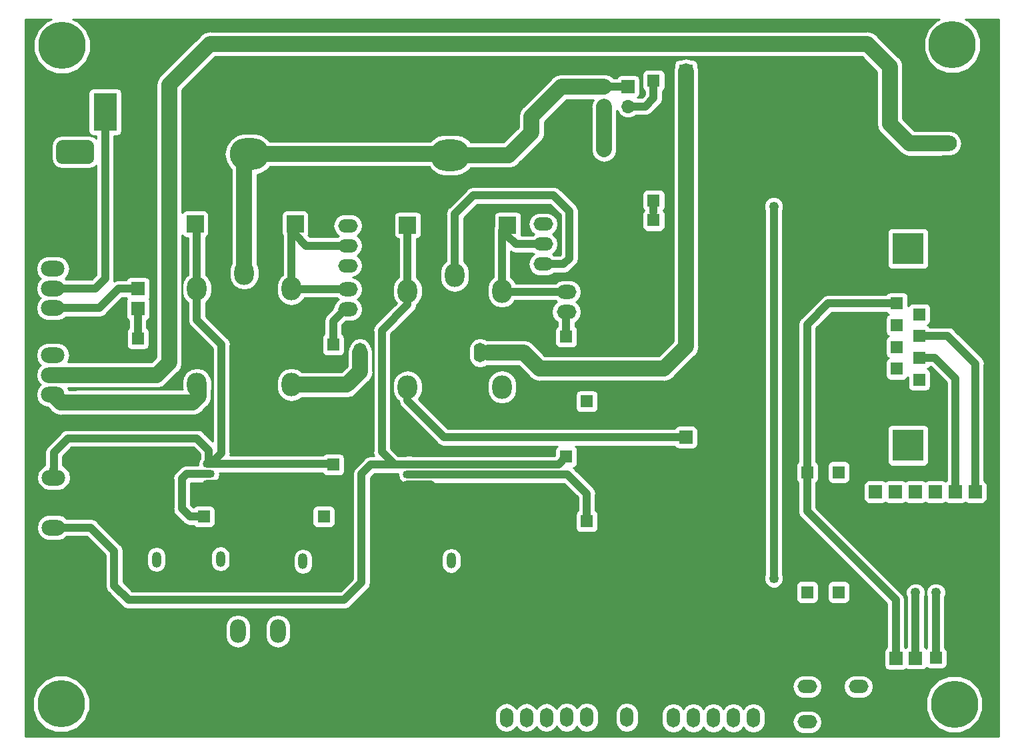
<source format=gbr>
G04 #@! TF.GenerationSoftware,KiCad,Pcbnew,(5.0.1)-4*
G04 #@! TF.CreationDate,2019-04-16T10:01:15-03:00*
G04 #@! TF.ProjectId,Ignitor,49676E69746F722E6B696361645F7063,rev?*
G04 #@! TF.SameCoordinates,Original*
G04 #@! TF.FileFunction,Copper,L2,Bot,Signal*
G04 #@! TF.FilePolarity,Positive*
%FSLAX46Y46*%
G04 Gerber Fmt 4.6, Leading zero omitted, Abs format (unit mm)*
G04 Created by KiCad (PCBNEW (5.0.1)-4) date 16/04/2019 10:01:15*
%MOMM*%
%LPD*%
G01*
G04 APERTURE LIST*
G04 #@! TA.AperFunction,ComponentPad*
%ADD10O,1.700000X2.500000*%
G04 #@! TD*
G04 #@! TA.AperFunction,ComponentPad*
%ADD11R,1.700000X1.700000*%
G04 #@! TD*
G04 #@! TA.AperFunction,ComponentPad*
%ADD12O,1.700000X1.700000*%
G04 #@! TD*
G04 #@! TA.AperFunction,ComponentPad*
%ADD13R,1.600000X1.600000*%
G04 #@! TD*
G04 #@! TA.AperFunction,ComponentPad*
%ADD14O,1.600000X2.500000*%
G04 #@! TD*
G04 #@! TA.AperFunction,ComponentPad*
%ADD15O,2.500000X1.700000*%
G04 #@! TD*
G04 #@! TA.AperFunction,ComponentPad*
%ADD16O,3.000000X2.000000*%
G04 #@! TD*
G04 #@! TA.AperFunction,ComponentPad*
%ADD17O,2.000000X1.700000*%
G04 #@! TD*
G04 #@! TA.AperFunction,ComponentPad*
%ADD18O,1.700000X2.000000*%
G04 #@! TD*
G04 #@! TA.AperFunction,ComponentPad*
%ADD19O,1.400000X2.000000*%
G04 #@! TD*
G04 #@! TA.AperFunction,ComponentPad*
%ADD20R,4.000000X4.000000*%
G04 #@! TD*
G04 #@! TA.AperFunction,ComponentPad*
%ADD21O,2.000000X3.000000*%
G04 #@! TD*
G04 #@! TA.AperFunction,ComponentPad*
%ADD22O,5.000000X4.000000*%
G04 #@! TD*
G04 #@! TA.AperFunction,ComponentPad*
%ADD23O,1.200000X2.000000*%
G04 #@! TD*
G04 #@! TA.AperFunction,Conductor*
%ADD24C,0.100000*%
G04 #@! TD*
G04 #@! TA.AperFunction,ComponentPad*
%ADD25C,3.000000*%
G04 #@! TD*
G04 #@! TA.AperFunction,ComponentPad*
%ADD26R,3.000000X4.800000*%
G04 #@! TD*
G04 #@! TA.AperFunction,ComponentPad*
%ADD27R,2.200000X2.200000*%
G04 #@! TD*
G04 #@! TA.AperFunction,ComponentPad*
%ADD28O,2.500000X1.800000*%
G04 #@! TD*
G04 #@! TA.AperFunction,ComponentPad*
%ADD29R,1.800000X1.800000*%
G04 #@! TD*
G04 #@! TA.AperFunction,ComponentPad*
%ADD30O,1.500000X1.050000*%
G04 #@! TD*
G04 #@! TA.AperFunction,ComponentPad*
%ADD31O,2.500000X3.000000*%
G04 #@! TD*
G04 #@! TA.AperFunction,ComponentPad*
%ADD32O,3.960000X1.980000*%
G04 #@! TD*
G04 #@! TA.AperFunction,ComponentPad*
%ADD33R,1.524000X1.524000*%
G04 #@! TD*
G04 #@! TA.AperFunction,ViaPad*
%ADD34C,6.000000*%
G04 #@! TD*
G04 #@! TA.AperFunction,ViaPad*
%ADD35C,1.250000*%
G04 #@! TD*
G04 #@! TA.AperFunction,Conductor*
%ADD36C,2.000000*%
G04 #@! TD*
G04 #@! TA.AperFunction,Conductor*
%ADD37C,0.250000*%
G04 #@! TD*
G04 #@! TA.AperFunction,Conductor*
%ADD38C,1.000000*%
G04 #@! TD*
G04 #@! TA.AperFunction,Conductor*
%ADD39C,0.254000*%
G04 #@! TD*
G04 APERTURE END LIST*
D10*
G04 #@! TO.P,J11,1*
G04 #@! TO.N,d10*
X203000000Y-112000000D03*
G04 #@! TO.P,J11,2*
G04 #@! TO.N,d9*
X205540000Y-112000000D03*
G04 #@! TO.P,J11,3*
G04 #@! TO.N,d14*
X208080000Y-112000000D03*
G04 #@! TO.P,J11,4*
G04 #@! TO.N,d16*
X210620000Y-112000000D03*
G04 #@! TO.P,J11,5*
G04 #@! TO.N,adc*
X213160000Y-112000000D03*
G04 #@! TD*
D11*
G04 #@! TO.P,J12,1*
G04 #@! TO.N,CAP*
X197250000Y-31750000D03*
D12*
G04 #@! TO.P,J12,2*
G04 #@! TO.N,Net-(J12-Pad2)*
X197250000Y-34290000D03*
G04 #@! TD*
D13*
G04 #@! TO.P,R1,1*
G04 #@! TO.N,Net-(R1-Pad1)*
X220000000Y-96000000D03*
G04 #@! TO.P,R1,2*
G04 #@! TO.N,+3V3*
X220000000Y-80760000D03*
G04 #@! TD*
G04 #@! TO.P,R6,1*
G04 #@! TO.N,Net-(R6-Pad1)*
X224000000Y-96000000D03*
G04 #@! TO.P,R6,2*
G04 #@! TO.N,+3V3*
X224000000Y-80760000D03*
G04 #@! TD*
D14*
G04 #@! TO.P,R7,1*
G04 #@! TO.N,S2*
X163200000Y-65600000D03*
G04 #@! TO.P,R7,2*
G04 #@! TO.N,Net-(R7-Pad2)*
X178440000Y-65600000D03*
G04 #@! TD*
D11*
G04 #@! TO.P,U3,4*
G04 #@! TO.N,Net-(R7-Pad2)*
X204600000Y-29825000D03*
G04 #@! TO.P,U3,3*
G04 #@! TO.N,GND*
X225100000Y-29825000D03*
G04 #@! TO.P,U3,2*
X225100000Y-76325000D03*
G04 #@! TO.P,U3,1*
G04 #@! TO.N,S1*
X204600000Y-76325000D03*
G04 #@! TD*
D15*
G04 #@! TO.P,SW3,4*
G04 #@! TO.N,GND*
X226500000Y-112500000D03*
G04 #@! TO.P,SW3,3*
G04 #@! TO.N,Net-(SW3-Pad3)*
X220000000Y-112500000D03*
G04 #@! TO.P,SW3,2*
G04 #@! TO.N,Net-(SW3-Pad2)*
X226500000Y-108000000D03*
G04 #@! TO.P,SW3,1*
G04 #@! TO.N,Net-(R6-Pad1)*
X220000000Y-108000000D03*
G04 #@! TD*
G04 #@! TO.P,J10,3*
G04 #@! TO.N,Net-(J10-Pad3)*
X186470000Y-54330000D03*
G04 #@! TO.P,J10,2*
G04 #@! TO.N,Net-(D3-Pad2)*
X186470000Y-51790000D03*
G04 #@! TO.P,J10,1*
G04 #@! TO.N,+12V*
X186470000Y-49250000D03*
G04 #@! TD*
G04 #@! TO.P,J9,1*
G04 #@! TO.N,+12V*
X161670000Y-49440000D03*
G04 #@! TO.P,J9,2*
G04 #@! TO.N,Net-(D1-Pad2)*
X161670000Y-51980000D03*
G04 #@! TO.P,J9,3*
G04 #@! TO.N,+5V*
X161670000Y-54520000D03*
G04 #@! TD*
D16*
G04 #@! TO.P,J7,2*
G04 #@! TO.N,GND*
X124300000Y-83980000D03*
G04 #@! TO.P,J7,1*
G04 #@! TO.N,Net-(D2-Pad1)*
X124300000Y-81440000D03*
G04 #@! TD*
G04 #@! TO.P,J8,1*
G04 #@! TO.N,Net-(D4-Pad1)*
X124270000Y-87790000D03*
G04 #@! TO.P,J8,2*
G04 #@! TO.N,GND*
X124270000Y-90330000D03*
G04 #@! TD*
D17*
G04 #@! TO.P,J6,1*
G04 #@! TO.N,CAP*
X194200000Y-31800000D03*
G04 #@! TO.P,J6,2*
G04 #@! TO.N,Net-(J6-Pad2)*
X194200000Y-34340000D03*
G04 #@! TD*
D18*
G04 #@! TO.P,R11,1*
G04 #@! TO.N,GND*
X194200000Y-55000000D03*
D19*
G04 #@! TO.P,R11,2*
G04 #@! TO.N,Net-(J6-Pad2)*
X194200000Y-39760000D03*
G04 #@! TD*
D13*
G04 #@! TO.P,J5,1*
G04 #@! TO.N,+3V3*
X231380000Y-59320000D03*
G04 #@! TO.P,J5,2*
G04 #@! TO.N,Net-(J5-Pad2)*
X231380000Y-62090000D03*
G04 #@! TO.P,J5,3*
G04 #@! TO.N,Net-(J5-Pad3)*
X231380000Y-64860000D03*
G04 #@! TO.P,J5,4*
G04 #@! TO.N,Net-(J5-Pad4)*
X231380000Y-67630000D03*
G04 #@! TO.P,J5,5*
G04 #@! TO.N,GND*
X231380000Y-70400000D03*
G04 #@! TO.P,J5,6*
G04 #@! TO.N,Net-(J5-Pad6)*
X234220000Y-60705000D03*
G04 #@! TO.P,J5,7*
G04 #@! TO.N,E+*
X234220000Y-63475000D03*
G04 #@! TO.P,J5,8*
G04 #@! TO.N,E-*
X234220000Y-66245000D03*
G04 #@! TO.P,J5,9*
G04 #@! TO.N,Net-(J5-Pad9)*
X234220000Y-69015000D03*
D20*
G04 #@! TO.P,J5,0*
G04 #@! TO.N,N/C*
X232800000Y-77360000D03*
X232800000Y-52360000D03*
G04 #@! TD*
D16*
G04 #@! TO.P,SW1,1*
G04 #@! TO.N,+12V*
X124200000Y-59899360D03*
G04 #@! TO.P,SW1,2*
G04 #@! TO.N,Net-(J4-Pad1)*
X124200000Y-57400000D03*
G04 #@! TO.P,SW1,3*
G04 #@! TO.N,Net-(SW1-Pad3)*
X124200000Y-54900640D03*
G04 #@! TD*
G04 #@! TO.P,SW2,1*
G04 #@! TO.N,OUT*
X124200000Y-70899360D03*
G04 #@! TO.P,SW2,2*
G04 #@! TO.N,Net-(J3-Pad2)*
X124200000Y-68400000D03*
G04 #@! TO.P,SW2,3*
G04 #@! TO.N,Net-(SW2-Pad3)*
X124200000Y-65900640D03*
G04 #@! TD*
D21*
G04 #@! TO.P,U4,3*
G04 #@! TO.N,+5V*
X152780000Y-100970000D03*
G04 #@! TO.P,U4,2*
G04 #@! TO.N,GND*
X150240000Y-100970000D03*
G04 #@! TO.P,U4,1*
G04 #@! TO.N,+12V*
X147700000Y-100970000D03*
G04 #@! TD*
D22*
G04 #@! TO.P,C1,2*
G04 #@! TO.N,GND*
X149160000Y-30340000D03*
G04 #@! TO.P,C1,1*
G04 #@! TO.N,CAP*
X149160000Y-40340000D03*
G04 #@! TD*
G04 #@! TO.P,C2,1*
G04 #@! TO.N,CAP*
X174670000Y-40480000D03*
G04 #@! TO.P,C2,2*
G04 #@! TO.N,GND*
X174670000Y-30480000D03*
G04 #@! TD*
D23*
G04 #@! TO.P,C8,1*
G04 #@! TO.N,+3V3*
X174800000Y-92000000D03*
G04 #@! TO.P,C8,2*
G04 #@! TO.N,GND*
X172800000Y-92000000D03*
G04 #@! TD*
G04 #@! TO.P,C7,2*
G04 #@! TO.N,GND*
X153950000Y-92100000D03*
G04 #@! TO.P,C7,1*
G04 #@! TO.N,+5V*
X155950000Y-92100000D03*
G04 #@! TD*
G04 #@! TO.P,C6,1*
G04 #@! TO.N,+12V*
X137350000Y-91860000D03*
G04 #@! TO.P,C6,2*
G04 #@! TO.N,GND*
X139350000Y-91860000D03*
G04 #@! TD*
G04 #@! TO.P,C9,1*
G04 #@! TO.N,+5V*
X145500000Y-91800000D03*
G04 #@! TO.P,C9,2*
G04 #@! TO.N,GND*
X143500000Y-91800000D03*
G04 #@! TD*
D24*
G04 #@! TO.N,GND*
G04 #@! TO.C,J4*
G36*
X125563513Y-32603611D02*
X125636318Y-32614411D01*
X125707714Y-32632295D01*
X125777013Y-32657090D01*
X125843548Y-32688559D01*
X125906678Y-32726398D01*
X125965795Y-32770242D01*
X126020330Y-32819670D01*
X126069758Y-32874205D01*
X126113602Y-32933322D01*
X126151441Y-32996452D01*
X126182910Y-33062987D01*
X126207705Y-33132286D01*
X126225589Y-33203682D01*
X126236389Y-33276487D01*
X126240000Y-33350000D01*
X126240000Y-36650000D01*
X126236389Y-36723513D01*
X126225589Y-36796318D01*
X126207705Y-36867714D01*
X126182910Y-36937013D01*
X126151441Y-37003548D01*
X126113602Y-37066678D01*
X126069758Y-37125795D01*
X126020330Y-37180330D01*
X125965795Y-37229758D01*
X125906678Y-37273602D01*
X125843548Y-37311441D01*
X125777013Y-37342910D01*
X125707714Y-37367705D01*
X125636318Y-37385589D01*
X125563513Y-37396389D01*
X125490000Y-37400000D01*
X123990000Y-37400000D01*
X123916487Y-37396389D01*
X123843682Y-37385589D01*
X123772286Y-37367705D01*
X123702987Y-37342910D01*
X123636452Y-37311441D01*
X123573322Y-37273602D01*
X123514205Y-37229758D01*
X123459670Y-37180330D01*
X123410242Y-37125795D01*
X123366398Y-37066678D01*
X123328559Y-37003548D01*
X123297090Y-36937013D01*
X123272295Y-36867714D01*
X123254411Y-36796318D01*
X123243611Y-36723513D01*
X123240000Y-36650000D01*
X123240000Y-33350000D01*
X123243611Y-33276487D01*
X123254411Y-33203682D01*
X123272295Y-33132286D01*
X123297090Y-33062987D01*
X123328559Y-32996452D01*
X123366398Y-32933322D01*
X123410242Y-32874205D01*
X123459670Y-32819670D01*
X123514205Y-32770242D01*
X123573322Y-32726398D01*
X123636452Y-32688559D01*
X123702987Y-32657090D01*
X123772286Y-32632295D01*
X123843682Y-32614411D01*
X123916487Y-32603611D01*
X123990000Y-32600000D01*
X125490000Y-32600000D01*
X125563513Y-32603611D01*
X125563513Y-32603611D01*
G37*
D25*
G04 #@! TD*
G04 #@! TO.P,J4,2*
G04 #@! TO.N,GND*
X124740000Y-35000000D03*
D26*
G04 #@! TO.P,J4,1*
G04 #@! TO.N,Net-(J4-Pad1)*
X130840000Y-35000000D03*
D24*
G04 #@! TD*
G04 #@! TO.N,N/C*
G04 #@! TO.C,J4*
G36*
X128753513Y-38583611D02*
X128826318Y-38594411D01*
X128897714Y-38612295D01*
X128967013Y-38637090D01*
X129033548Y-38668559D01*
X129096678Y-38706398D01*
X129155795Y-38750242D01*
X129210330Y-38799670D01*
X129259758Y-38854205D01*
X129303602Y-38913322D01*
X129341441Y-38976452D01*
X129372910Y-39042987D01*
X129397705Y-39112286D01*
X129415589Y-39183682D01*
X129426389Y-39256487D01*
X129430000Y-39330000D01*
X129430000Y-40830000D01*
X129426389Y-40903513D01*
X129415589Y-40976318D01*
X129397705Y-41047714D01*
X129372910Y-41117013D01*
X129341441Y-41183548D01*
X129303602Y-41246678D01*
X129259758Y-41305795D01*
X129210330Y-41360330D01*
X129155795Y-41409758D01*
X129096678Y-41453602D01*
X129033548Y-41491441D01*
X128967013Y-41522910D01*
X128897714Y-41547705D01*
X128826318Y-41565589D01*
X128753513Y-41576389D01*
X128680000Y-41580000D01*
X125380000Y-41580000D01*
X125306487Y-41576389D01*
X125233682Y-41565589D01*
X125162286Y-41547705D01*
X125092987Y-41522910D01*
X125026452Y-41491441D01*
X124963322Y-41453602D01*
X124904205Y-41409758D01*
X124849670Y-41360330D01*
X124800242Y-41305795D01*
X124756398Y-41246678D01*
X124718559Y-41183548D01*
X124687090Y-41117013D01*
X124662295Y-41047714D01*
X124644411Y-40976318D01*
X124633611Y-40903513D01*
X124630000Y-40830000D01*
X124630000Y-39330000D01*
X124633611Y-39256487D01*
X124644411Y-39183682D01*
X124662295Y-39112286D01*
X124687090Y-39042987D01*
X124718559Y-38976452D01*
X124756398Y-38913322D01*
X124800242Y-38854205D01*
X124849670Y-38799670D01*
X124904205Y-38750242D01*
X124963322Y-38706398D01*
X125026452Y-38668559D01*
X125092987Y-38637090D01*
X125162286Y-38612295D01*
X125233682Y-38594411D01*
X125306487Y-38583611D01*
X125380000Y-38580000D01*
X128680000Y-38580000D01*
X128753513Y-38583611D01*
X128753513Y-38583611D01*
G37*
D25*
G04 #@! TO.P,J4,3*
G04 #@! TO.N,N/C*
X127030000Y-40080000D03*
G04 #@! TD*
D10*
G04 #@! TO.P,J2,1*
G04 #@! TO.N,SDA*
X181800000Y-111950000D03*
G04 #@! TO.P,J2,2*
G04 #@! TO.N,SCL*
X184340000Y-111950000D03*
G04 #@! TO.P,J2,3*
G04 #@! TO.N,+3V3*
X186880000Y-111950000D03*
G04 #@! TD*
G04 #@! TO.P,J1,1*
G04 #@! TO.N,rx*
X189480000Y-111900000D03*
G04 #@! TO.P,J1,2*
G04 #@! TO.N,tx*
X192020000Y-111900000D03*
G04 #@! TO.P,J1,3*
G04 #@! TO.N,GND*
X194560000Y-111900000D03*
G04 #@! TO.P,J1,4*
G04 #@! TO.N,d0*
X197100000Y-111900000D03*
G04 #@! TO.P,J1,5*
G04 #@! TO.N,GND*
X199640000Y-111900000D03*
G04 #@! TD*
D27*
G04 #@! TO.P,D2,2*
G04 #@! TO.N,Net-(D1-Pad2)*
X154960000Y-49220000D03*
G04 #@! TO.P,D2,1*
G04 #@! TO.N,Net-(D2-Pad1)*
X142260000Y-49220000D03*
G04 #@! TD*
G04 #@! TO.P,D4,1*
G04 #@! TO.N,Net-(D4-Pad1)*
X169260000Y-49360000D03*
G04 #@! TO.P,D4,2*
G04 #@! TO.N,Net-(D3-Pad2)*
X181960000Y-49360000D03*
G04 #@! TD*
D28*
G04 #@! TO.P,D3,1*
G04 #@! TO.N,Net-(D3-Pad1)*
X189420000Y-60390000D03*
G04 #@! TO.P,D3,2*
G04 #@! TO.N,Net-(D3-Pad2)*
X189420000Y-57850000D03*
G04 #@! TD*
D29*
G04 #@! TO.P,D5,2*
G04 #@! TO.N,+12V*
X135000000Y-57460000D03*
G04 #@! TO.P,D5,1*
G04 #@! TO.N,Net-(D5-Pad1)*
X135000000Y-60000000D03*
G04 #@! TD*
D28*
G04 #@! TO.P,D1,1*
G04 #@! TO.N,Net-(D1-Pad1)*
X161670000Y-60040000D03*
G04 #@! TO.P,D1,2*
G04 #@! TO.N,Net-(D1-Pad2)*
X161670000Y-57500000D03*
G04 #@! TD*
D30*
G04 #@! TO.P,Q1,1*
G04 #@! TO.N,Net-(D2-Pad1)*
X144000000Y-79730000D03*
G04 #@! TO.P,Q1,3*
G04 #@! TO.N,GND*
X144000000Y-82270000D03*
G04 #@! TO.P,Q1,2*
G04 #@! TO.N,Net-(Q1-Pad2)*
X144000000Y-81000000D03*
G04 #@! TD*
G04 #@! TO.P,Q2,2*
G04 #@! TO.N,Net-(Q2-Pad2)*
X169400000Y-81070000D03*
G04 #@! TO.P,Q2,3*
G04 #@! TO.N,GND*
X169400000Y-82340000D03*
G04 #@! TO.P,Q2,1*
G04 #@! TO.N,Net-(D4-Pad1)*
X169400000Y-79800000D03*
G04 #@! TD*
D31*
G04 #@! TO.P,K1,5*
G04 #@! TO.N,Net-(D1-Pad2)*
X154500000Y-57460000D03*
G04 #@! TO.P,K1,4*
G04 #@! TO.N,S2*
X154500000Y-69660000D03*
G04 #@! TO.P,K1,3*
G04 #@! TO.N,OUT*
X142500000Y-69660000D03*
G04 #@! TO.P,K1,2*
G04 #@! TO.N,Net-(D2-Pad1)*
X142500000Y-57460000D03*
G04 #@! TO.P,K1,1*
G04 #@! TO.N,CAP*
X148500000Y-55460000D03*
G04 #@! TD*
G04 #@! TO.P,K2,1*
G04 #@! TO.N,+5V*
X175240000Y-55740000D03*
G04 #@! TO.P,K2,2*
G04 #@! TO.N,Net-(D4-Pad1)*
X169240000Y-57740000D03*
G04 #@! TO.P,K2,3*
G04 #@! TO.N,S1*
X169240000Y-69940000D03*
G04 #@! TO.P,K2,4*
G04 #@! TO.N,Net-(K2-Pad4)*
X181240000Y-69940000D03*
G04 #@! TO.P,K2,5*
G04 #@! TO.N,Net-(D3-Pad2)*
X181240000Y-57740000D03*
G04 #@! TD*
D13*
G04 #@! TO.P,R10,1*
G04 #@! TO.N,adc*
X200500000Y-48750000D03*
G04 #@! TO.P,R10,2*
G04 #@! TO.N,GND*
X200500000Y-63990000D03*
G04 #@! TD*
G04 #@! TO.P,R9,2*
G04 #@! TO.N,Net-(J12-Pad2)*
X200500000Y-31010000D03*
G04 #@! TO.P,R9,1*
G04 #@! TO.N,adc*
X200500000Y-46250000D03*
G04 #@! TD*
G04 #@! TO.P,R8,1*
G04 #@! TO.N,GND*
X135000000Y-79000000D03*
G04 #@! TO.P,R8,2*
G04 #@! TO.N,Net-(D5-Pad1)*
X135000000Y-63760000D03*
G04 #@! TD*
G04 #@! TO.P,R5,2*
G04 #@! TO.N,d9*
X192000000Y-71760000D03*
G04 #@! TO.P,R5,1*
G04 #@! TO.N,Net-(Q2-Pad2)*
X192000000Y-87000000D03*
G04 #@! TD*
G04 #@! TO.P,R3,1*
G04 #@! TO.N,Net-(Q1-Pad2)*
X143360000Y-86410000D03*
G04 #@! TO.P,R3,2*
G04 #@! TO.N,d10*
X158600000Y-86410000D03*
G04 #@! TD*
G04 #@! TO.P,R2,2*
G04 #@! TO.N,Net-(D1-Pad1)*
X159800000Y-64560000D03*
G04 #@! TO.P,R2,1*
G04 #@! TO.N,Net-(D2-Pad1)*
X159800000Y-79800000D03*
G04 #@! TD*
G04 #@! TO.P,R4,1*
G04 #@! TO.N,Net-(D4-Pad1)*
X189400000Y-78800000D03*
G04 #@! TO.P,R4,2*
G04 #@! TO.N,Net-(D3-Pad1)*
X189400000Y-63560000D03*
G04 #@! TD*
D32*
G04 #@! TO.P,J3,1*
G04 #@! TO.N,GND*
X237000000Y-44000000D03*
G04 #@! TO.P,J3,2*
G04 #@! TO.N,Net-(J3-Pad2)*
X237000000Y-39000000D03*
G04 #@! TD*
D11*
G04 #@! TO.P,U2,6*
G04 #@! TO.N,B+*
X228650000Y-83260000D03*
G04 #@! TO.P,U2,5*
G04 #@! TO.N,B-*
X231190000Y-83260000D03*
G04 #@! TO.P,U2,4*
G04 #@! TO.N,A+*
X233730000Y-83260000D03*
G04 #@! TO.P,U2,3*
G04 #@! TO.N,A-*
X236270000Y-83260000D03*
G04 #@! TO.P,U2,2*
G04 #@! TO.N,E-*
X238810000Y-83260000D03*
G04 #@! TO.P,U2,1*
G04 #@! TO.N,E+*
X241350000Y-83260000D03*
G04 #@! TO.P,U2,7*
G04 #@! TO.N,+3V3*
X231250000Y-104450000D03*
G04 #@! TO.P,U2,8*
G04 #@! TO.N,d16*
X233750000Y-104400000D03*
D33*
G04 #@! TO.P,U2,9*
G04 #@! TO.N,d14*
X236350000Y-104350000D03*
G04 #@! TO.P,U2,10*
G04 #@! TO.N,GND*
X238850000Y-104350000D03*
G04 #@! TD*
D34*
G04 #@! TO.N,*
X125360000Y-26570000D03*
X125260000Y-110210000D03*
X238430000Y-26460000D03*
X238690000Y-110240000D03*
D35*
G04 #@! TO.N,d14*
X236350000Y-96075000D03*
G04 #@! TO.N,d16*
X233750000Y-96075000D03*
G04 #@! TO.N,adc*
X215750000Y-94250000D03*
X215750000Y-47000000D03*
G04 #@! TD*
D36*
G04 #@! TO.N,OUT*
X125199489Y-71898849D02*
X127278849Y-71898849D01*
X124200000Y-70899360D02*
X125199489Y-71898849D01*
D37*
X127278849Y-71898849D02*
X127287698Y-71890000D01*
D36*
X127287698Y-71890000D02*
X141940000Y-71890000D01*
X141940000Y-71890000D02*
X142690000Y-71140000D01*
D37*
X142690000Y-69850000D02*
X142500000Y-69660000D01*
D36*
X142690000Y-71140000D02*
X142690000Y-69850000D01*
D37*
G04 #@! TO.N,GND*
X194550000Y-111890000D02*
X194560000Y-111900000D01*
D38*
X169400000Y-82340000D02*
X172140000Y-82340000D01*
X172140000Y-82340000D02*
X172800000Y-83000000D01*
X172800000Y-83000000D02*
X172800000Y-88200000D01*
X145000000Y-82270000D02*
X146200000Y-83470000D01*
X144000000Y-82270000D02*
X145000000Y-82270000D01*
X146200000Y-83470000D02*
X146200000Y-87800000D01*
X143500000Y-90500000D02*
X143500000Y-91800000D01*
X146200000Y-87800000D02*
X143500000Y-90500000D01*
X172800000Y-88200000D02*
X172800000Y-92000000D01*
D37*
G04 #@! TO.N,Net-(D4-Pad1)*
X169240000Y-49380000D02*
X169260000Y-49360000D01*
D38*
X169240000Y-57740000D02*
X169240000Y-49380000D01*
D37*
X169240000Y-57740000D02*
X170340000Y-57740000D01*
D38*
X169240000Y-59490000D02*
X166000000Y-62730000D01*
X169240000Y-57740000D02*
X169240000Y-59490000D01*
X166000000Y-62730000D02*
X166000000Y-78200000D01*
X167600000Y-79800000D02*
X169400000Y-79800000D01*
X166000000Y-78200000D02*
X167600000Y-79800000D01*
X188400000Y-79800000D02*
X189400000Y-78800000D01*
X169400000Y-79800000D02*
X188400000Y-79800000D01*
X124270000Y-87790000D02*
X128990000Y-87790000D01*
X128990000Y-87790000D02*
X132000000Y-90800000D01*
X132000000Y-90800000D02*
X132000000Y-95200000D01*
X132000000Y-95200000D02*
X133800000Y-97000000D01*
X133800000Y-97000000D02*
X161200000Y-97000000D01*
X161200000Y-97000000D02*
X163400000Y-94800000D01*
X163400000Y-94800000D02*
X163400000Y-81000000D01*
X164600000Y-79800000D02*
X169400000Y-79800000D01*
X163400000Y-81000000D02*
X164600000Y-79800000D01*
D37*
G04 #@! TO.N,Net-(D3-Pad1)*
X189650000Y-60620000D02*
X189420000Y-60390000D01*
X189400000Y-60410000D02*
X189420000Y-60390000D01*
D38*
X189400000Y-63560000D02*
X189400000Y-60410000D01*
D37*
G04 #@! TO.N,Net-(D1-Pad1)*
X161520000Y-60190000D02*
X161670000Y-60040000D01*
X161320000Y-60040000D02*
X161670000Y-60040000D01*
D38*
X159800000Y-61560000D02*
X161320000Y-60040000D01*
X159800000Y-64560000D02*
X159800000Y-61560000D01*
D37*
G04 #@! TO.N,Net-(D2-Pad1)*
X142500000Y-49460000D02*
X142260000Y-49220000D01*
D38*
X142500000Y-57460000D02*
X142500000Y-49460000D01*
X142500000Y-57460000D02*
X142500000Y-60300000D01*
D37*
X124300000Y-80340000D02*
X124310000Y-80330000D01*
D38*
X124300000Y-81440000D02*
X124300000Y-80340000D01*
X124310000Y-80330000D02*
X124310000Y-78290000D01*
X124310000Y-78290000D02*
X126110000Y-76490000D01*
X142500000Y-60300000D02*
X142500000Y-61450000D01*
X142500000Y-61450000D02*
X145600000Y-64550000D01*
X145600000Y-64550000D02*
X145600000Y-76450000D01*
X144225000Y-79730000D02*
X145600000Y-78355000D01*
D37*
X144000000Y-79730000D02*
X144225000Y-79730000D01*
D38*
X145600000Y-78355000D02*
X145600000Y-76450000D01*
X126110000Y-76490000D02*
X142490000Y-76490000D01*
X144000000Y-78000000D02*
X144000000Y-79730000D01*
X142490000Y-76490000D02*
X144000000Y-78000000D01*
D37*
X159730000Y-79730000D02*
X159800000Y-79800000D01*
D38*
X144000000Y-79730000D02*
X159730000Y-79730000D01*
G04 #@! TO.N,Net-(Q1-Pad2)*
X143360000Y-86410000D02*
X141610000Y-86410000D01*
X141610000Y-86410000D02*
X140600000Y-85400000D01*
X140600000Y-85400000D02*
X140600000Y-81600000D01*
X141200000Y-81000000D02*
X144000000Y-81000000D01*
X140600000Y-81600000D02*
X141200000Y-81000000D01*
G04 #@! TO.N,Net-(Q2-Pad2)*
X169400000Y-81070000D02*
X189570000Y-81070000D01*
X192000000Y-83500000D02*
X192000000Y-87000000D01*
X189570000Y-81070000D02*
X192000000Y-83500000D01*
G04 #@! TO.N,+12V*
X124200000Y-59899360D02*
X130100640Y-59899360D01*
X132540000Y-57460000D02*
X135000000Y-57460000D01*
X130100640Y-59899360D02*
X132540000Y-57460000D01*
D37*
G04 #@! TO.N,+3V3*
X174800000Y-92000000D02*
X175000000Y-92000000D01*
D38*
X231380000Y-59320000D02*
X222680000Y-59320000D01*
X222680000Y-59320000D02*
X220000000Y-62000000D01*
X220000000Y-62000000D02*
X220000000Y-80760000D01*
X231250000Y-104450000D02*
X231250000Y-97000000D01*
X231250000Y-97000000D02*
X220000000Y-85750000D01*
X220000000Y-85750000D02*
X220000000Y-80760000D01*
G04 #@! TO.N,+5V*
X175240000Y-55740000D02*
X175240000Y-47960000D01*
X175240000Y-47960000D02*
X177600000Y-45600000D01*
X177600000Y-45600000D02*
X187800000Y-45600000D01*
X187800000Y-45600000D02*
X189800000Y-47600000D01*
X189800000Y-47600000D02*
X189800000Y-53600000D01*
X189070000Y-54330000D02*
X186470000Y-54330000D01*
X189800000Y-53600000D02*
X189070000Y-54330000D01*
D37*
G04 #@! TO.N,S1*
X168960000Y-69660000D02*
X169240000Y-69940000D01*
D38*
X173875000Y-76325000D02*
X204600000Y-76325000D01*
X169240000Y-69940000D02*
X169240000Y-71690000D01*
X169240000Y-71690000D02*
X173875000Y-76325000D01*
D37*
G04 #@! TO.N,Net-(R6-Pad1)*
X219600000Y-107600000D02*
X220000000Y-108000000D01*
D36*
G04 #@! TO.N,S2*
X154500000Y-69660000D02*
X161190000Y-69660000D01*
D37*
X161190000Y-69660000D02*
X161540000Y-69660000D01*
D36*
X163200000Y-68000000D02*
X163200000Y-65600000D01*
X161540000Y-69660000D02*
X163200000Y-68000000D01*
D37*
G04 #@! TO.N,CAP*
X174530000Y-40340000D02*
X174670000Y-40480000D01*
D36*
X149160000Y-40340000D02*
X174530000Y-40340000D01*
D37*
X174690000Y-40500000D02*
X174670000Y-40480000D01*
X148500000Y-41000000D02*
X149160000Y-40340000D01*
D36*
X148500000Y-55460000D02*
X148500000Y-41000000D01*
X174670000Y-40480000D02*
X182120000Y-40480000D01*
X182120000Y-40480000D02*
X185000000Y-37600000D01*
X185000000Y-37600000D02*
X185000000Y-35600000D01*
X188800000Y-31800000D02*
X194200000Y-31800000D01*
X185000000Y-35600000D02*
X188800000Y-31800000D01*
D37*
X197200000Y-31800000D02*
X197250000Y-31750000D01*
D38*
X194200000Y-31800000D02*
X197200000Y-31800000D01*
G04 #@! TO.N,d14*
X236350000Y-104350000D02*
X236350000Y-96075000D01*
G04 #@! TO.N,d16*
X233750000Y-96075000D02*
X233750000Y-104400000D01*
G04 #@! TO.N,adc*
X215750000Y-94250000D02*
X215750000Y-47000000D01*
X200500000Y-47700000D02*
X200500000Y-46250000D01*
D37*
X200500000Y-48750000D02*
X200500000Y-47700000D01*
D38*
G04 #@! TO.N,Net-(J4-Pad1)*
X124200000Y-57400000D02*
X129600000Y-57400000D01*
X130840000Y-56160000D02*
X130840000Y-35000000D01*
X129600000Y-57400000D02*
X130840000Y-56160000D01*
G04 #@! TO.N,Net-(D5-Pad1)*
X135000000Y-62628630D02*
X135000000Y-60000000D01*
X135000000Y-63760000D02*
X135000000Y-62628630D01*
D36*
G04 #@! TO.N,Net-(J6-Pad2)*
X194200000Y-35440000D02*
X194200000Y-39760000D01*
X194200000Y-34340000D02*
X194200000Y-35440000D01*
D38*
G04 #@! TO.N,E-*
X234220000Y-66245000D02*
X236170000Y-66245000D01*
X238810000Y-68885000D02*
X238810000Y-83260000D01*
X236170000Y-66245000D02*
X238810000Y-68885000D01*
D37*
G04 #@! TO.N,E+*
X235270000Y-63475000D02*
X235295000Y-63450000D01*
D38*
X234220000Y-63475000D02*
X235270000Y-63475000D01*
X235295000Y-63450000D02*
X237825000Y-63450000D01*
X241350000Y-66975000D02*
X241350000Y-83260000D01*
X237825000Y-63450000D02*
X241350000Y-66975000D01*
D37*
G04 #@! TO.N,Net-(D3-Pad2)*
X181240000Y-50080000D02*
X181960000Y-49360000D01*
D38*
X181240000Y-57740000D02*
X181240000Y-50080000D01*
D37*
X181350000Y-57850000D02*
X181240000Y-57740000D01*
D38*
X189420000Y-57850000D02*
X181350000Y-57850000D01*
D37*
X185267919Y-51790000D02*
X185247919Y-51770000D01*
D38*
X186470000Y-51790000D02*
X185267919Y-51790000D01*
X185247919Y-51770000D02*
X182980000Y-51770000D01*
X181960000Y-50750000D02*
X181960000Y-49360000D01*
X182980000Y-51770000D02*
X181960000Y-50750000D01*
D37*
G04 #@! TO.N,Net-(D1-Pad2)*
X154500000Y-49680000D02*
X154960000Y-49220000D01*
D38*
X154500000Y-57460000D02*
X154500000Y-49680000D01*
X154960000Y-50570000D02*
X154960000Y-49220000D01*
X156370000Y-51980000D02*
X154960000Y-50570000D01*
X161670000Y-51980000D02*
X156370000Y-51980000D01*
D37*
X154540000Y-57500000D02*
X154500000Y-57460000D01*
D38*
X161670000Y-57500000D02*
X154540000Y-57500000D01*
D36*
G04 #@! TO.N,Net-(J3-Pad2)*
X124200000Y-68400000D02*
X137420000Y-68400000D01*
X137420000Y-68400000D02*
X138970000Y-66850000D01*
X138970000Y-66850000D02*
X138970000Y-31530000D01*
X138970000Y-31530000D02*
X144150000Y-26350000D01*
X144150000Y-26350000D02*
X227610000Y-26350000D01*
X227610000Y-26350000D02*
X230490000Y-29230000D01*
X230490000Y-29230000D02*
X230490000Y-36490000D01*
X233000000Y-39000000D02*
X237000000Y-39000000D01*
X230490000Y-36490000D02*
X233000000Y-39000000D01*
G04 #@! TO.N,Net-(R7-Pad2)*
X204600000Y-64800000D02*
X204600000Y-29825000D01*
X201800000Y-67600000D02*
X204600000Y-64800000D01*
X186000000Y-67600000D02*
X201800000Y-67600000D01*
X184000000Y-65600000D02*
X186000000Y-67600000D01*
X179490000Y-65600000D02*
X184000000Y-65600000D01*
D37*
X178440000Y-65600000D02*
X179490000Y-65600000D01*
D38*
G04 #@! TO.N,Net-(J12-Pad2)*
X197250000Y-34290000D02*
X199460000Y-34290000D01*
X200500000Y-33250000D02*
X200500000Y-31010000D01*
X199460000Y-34290000D02*
X200500000Y-33250000D01*
G04 #@! TD*
D39*
G04 #@! TO.N,GND*
G36*
X123300938Y-23488396D02*
X122278396Y-24510938D01*
X121725000Y-25846954D01*
X121725000Y-27293046D01*
X122278396Y-28629062D01*
X123300938Y-29651604D01*
X124636954Y-30205000D01*
X126083046Y-30205000D01*
X127419062Y-29651604D01*
X128441604Y-28629062D01*
X128995000Y-27293046D01*
X128995000Y-25846954D01*
X128441604Y-24510938D01*
X127419062Y-23488396D01*
X126746955Y-23210000D01*
X236777482Y-23210000D01*
X236370938Y-23378396D01*
X235348396Y-24400938D01*
X234795000Y-25736954D01*
X234795000Y-27183046D01*
X235348396Y-28519062D01*
X236370938Y-29541604D01*
X237706954Y-30095000D01*
X239153046Y-30095000D01*
X240489062Y-29541604D01*
X241511604Y-28519062D01*
X242065000Y-27183046D01*
X242065000Y-25736954D01*
X241511604Y-24400938D01*
X240489062Y-23378396D01*
X240082518Y-23210000D01*
X244290001Y-23210000D01*
X244290000Y-114290000D01*
X120710000Y-114290000D01*
X120710000Y-109486954D01*
X121625000Y-109486954D01*
X121625000Y-110933046D01*
X122178396Y-112269062D01*
X123200938Y-113291604D01*
X124536954Y-113845000D01*
X125983046Y-113845000D01*
X127319062Y-113291604D01*
X128341604Y-112269062D01*
X128700030Y-111403745D01*
X180315000Y-111403745D01*
X180315000Y-112496256D01*
X180401161Y-112929418D01*
X180729375Y-113420625D01*
X181220583Y-113748839D01*
X181800000Y-113864092D01*
X182379418Y-113748839D01*
X182870625Y-113420625D01*
X183070000Y-113122239D01*
X183269375Y-113420625D01*
X183760583Y-113748839D01*
X184340000Y-113864092D01*
X184919418Y-113748839D01*
X185410625Y-113420625D01*
X185610000Y-113122239D01*
X185809375Y-113420625D01*
X186300583Y-113748839D01*
X186880000Y-113864092D01*
X187459418Y-113748839D01*
X187950625Y-113420625D01*
X188196704Y-113052341D01*
X188409375Y-113370625D01*
X188900583Y-113698839D01*
X189480000Y-113814092D01*
X190059418Y-113698839D01*
X190550625Y-113370625D01*
X190750000Y-113072239D01*
X190949375Y-113370625D01*
X191440583Y-113698839D01*
X192020000Y-113814092D01*
X192599418Y-113698839D01*
X193090625Y-113370625D01*
X193418839Y-112879418D01*
X193505000Y-112446255D01*
X193505000Y-111353745D01*
X195615000Y-111353745D01*
X195615000Y-112446256D01*
X195701161Y-112879418D01*
X196029375Y-113370625D01*
X196520583Y-113698839D01*
X197100000Y-113814092D01*
X197679418Y-113698839D01*
X198170625Y-113370625D01*
X198498839Y-112879418D01*
X198585000Y-112446255D01*
X198585000Y-111453745D01*
X201515000Y-111453745D01*
X201515000Y-112546256D01*
X201601161Y-112979418D01*
X201929375Y-113470625D01*
X202420583Y-113798839D01*
X203000000Y-113914092D01*
X203579418Y-113798839D01*
X204070625Y-113470625D01*
X204270000Y-113172239D01*
X204469375Y-113470625D01*
X204960583Y-113798839D01*
X205540000Y-113914092D01*
X206119418Y-113798839D01*
X206610625Y-113470625D01*
X206810000Y-113172239D01*
X207009375Y-113470625D01*
X207500583Y-113798839D01*
X208080000Y-113914092D01*
X208659418Y-113798839D01*
X209150625Y-113470625D01*
X209350000Y-113172239D01*
X209549375Y-113470625D01*
X210040583Y-113798839D01*
X210620000Y-113914092D01*
X211199418Y-113798839D01*
X211690625Y-113470625D01*
X211890000Y-113172239D01*
X212089375Y-113470625D01*
X212580583Y-113798839D01*
X213160000Y-113914092D01*
X213739418Y-113798839D01*
X214230625Y-113470625D01*
X214558839Y-112979418D01*
X214645000Y-112546255D01*
X214645000Y-112500000D01*
X218085908Y-112500000D01*
X218201161Y-113079418D01*
X218529375Y-113570625D01*
X219020582Y-113898839D01*
X219453744Y-113985000D01*
X220546256Y-113985000D01*
X220979418Y-113898839D01*
X221470625Y-113570625D01*
X221798839Y-113079418D01*
X221914092Y-112500000D01*
X221798839Y-111920582D01*
X221470625Y-111429375D01*
X220979418Y-111101161D01*
X220546256Y-111015000D01*
X219453744Y-111015000D01*
X219020582Y-111101161D01*
X218529375Y-111429375D01*
X218201161Y-111920582D01*
X218085908Y-112500000D01*
X214645000Y-112500000D01*
X214645000Y-111453744D01*
X214558839Y-111020582D01*
X214230625Y-110529375D01*
X213739417Y-110201161D01*
X213160000Y-110085908D01*
X212580582Y-110201161D01*
X212089375Y-110529375D01*
X211890000Y-110827761D01*
X211690625Y-110529375D01*
X211199417Y-110201161D01*
X210620000Y-110085908D01*
X210040582Y-110201161D01*
X209549375Y-110529375D01*
X209350000Y-110827761D01*
X209150625Y-110529375D01*
X208659417Y-110201161D01*
X208080000Y-110085908D01*
X207500582Y-110201161D01*
X207009375Y-110529375D01*
X206810000Y-110827761D01*
X206610625Y-110529375D01*
X206119417Y-110201161D01*
X205540000Y-110085908D01*
X204960582Y-110201161D01*
X204469375Y-110529375D01*
X204270000Y-110827761D01*
X204070625Y-110529375D01*
X203579417Y-110201161D01*
X203000000Y-110085908D01*
X202420582Y-110201161D01*
X201929375Y-110529375D01*
X201601161Y-111020583D01*
X201515000Y-111453745D01*
X198585000Y-111453745D01*
X198585000Y-111353744D01*
X198498839Y-110920582D01*
X198170625Y-110429375D01*
X197679417Y-110101161D01*
X197100000Y-109985908D01*
X196520582Y-110101161D01*
X196029375Y-110429375D01*
X195701161Y-110920583D01*
X195615000Y-111353745D01*
X193505000Y-111353745D01*
X193505000Y-111353744D01*
X193418839Y-110920582D01*
X193090625Y-110429375D01*
X192599417Y-110101161D01*
X192020000Y-109985908D01*
X191440582Y-110101161D01*
X190949375Y-110429375D01*
X190750000Y-110727761D01*
X190550625Y-110429375D01*
X190059417Y-110101161D01*
X189480000Y-109985908D01*
X188900582Y-110101161D01*
X188409375Y-110429375D01*
X188163296Y-110797659D01*
X187950625Y-110479375D01*
X187459417Y-110151161D01*
X186880000Y-110035908D01*
X186300582Y-110151161D01*
X185809375Y-110479375D01*
X185610000Y-110777761D01*
X185410625Y-110479375D01*
X184919417Y-110151161D01*
X184340000Y-110035908D01*
X183760582Y-110151161D01*
X183269375Y-110479375D01*
X183070000Y-110777761D01*
X182870625Y-110479375D01*
X182379417Y-110151161D01*
X181800000Y-110035908D01*
X181220582Y-110151161D01*
X180729375Y-110479375D01*
X180401161Y-110970583D01*
X180315000Y-111403745D01*
X128700030Y-111403745D01*
X128895000Y-110933046D01*
X128895000Y-109516954D01*
X235055000Y-109516954D01*
X235055000Y-110963046D01*
X235608396Y-112299062D01*
X236630938Y-113321604D01*
X237966954Y-113875000D01*
X239413046Y-113875000D01*
X240749062Y-113321604D01*
X241771604Y-112299062D01*
X242325000Y-110963046D01*
X242325000Y-109516954D01*
X241771604Y-108180938D01*
X240749062Y-107158396D01*
X239413046Y-106605000D01*
X237966954Y-106605000D01*
X236630938Y-107158396D01*
X235608396Y-108180938D01*
X235055000Y-109516954D01*
X128895000Y-109516954D01*
X128895000Y-109486954D01*
X128341604Y-108150938D01*
X128190666Y-108000000D01*
X218085908Y-108000000D01*
X218201161Y-108579418D01*
X218529375Y-109070625D01*
X219020582Y-109398839D01*
X219453744Y-109485000D01*
X220546256Y-109485000D01*
X220979418Y-109398839D01*
X221470625Y-109070625D01*
X221798839Y-108579418D01*
X221914092Y-108000000D01*
X224585908Y-108000000D01*
X224701161Y-108579418D01*
X225029375Y-109070625D01*
X225520582Y-109398839D01*
X225953744Y-109485000D01*
X227046256Y-109485000D01*
X227479418Y-109398839D01*
X227970625Y-109070625D01*
X228298839Y-108579418D01*
X228414092Y-108000000D01*
X228298839Y-107420582D01*
X227970625Y-106929375D01*
X227479418Y-106601161D01*
X227046256Y-106515000D01*
X225953744Y-106515000D01*
X225520582Y-106601161D01*
X225029375Y-106929375D01*
X224701161Y-107420582D01*
X224585908Y-108000000D01*
X221914092Y-108000000D01*
X221798839Y-107420582D01*
X221470625Y-106929375D01*
X220979418Y-106601161D01*
X220546256Y-106515000D01*
X219453744Y-106515000D01*
X219020582Y-106601161D01*
X218529375Y-106929375D01*
X218201161Y-107420582D01*
X218085908Y-108000000D01*
X128190666Y-108000000D01*
X127319062Y-107128396D01*
X125983046Y-106575000D01*
X124536954Y-106575000D01*
X123200938Y-107128396D01*
X122178396Y-108150938D01*
X121625000Y-109486954D01*
X120710000Y-109486954D01*
X120710000Y-100308970D01*
X146065000Y-100308970D01*
X146065000Y-101631031D01*
X146159864Y-102107945D01*
X146521232Y-102648769D01*
X147062056Y-103010136D01*
X147700000Y-103137031D01*
X148337945Y-103010136D01*
X148878769Y-102648769D01*
X149240136Y-102107945D01*
X149335000Y-101631031D01*
X149335000Y-100308970D01*
X151145000Y-100308970D01*
X151145000Y-101631031D01*
X151239864Y-102107945D01*
X151601232Y-102648769D01*
X152142056Y-103010136D01*
X152780000Y-103137031D01*
X153417945Y-103010136D01*
X153958769Y-102648769D01*
X154320136Y-102107945D01*
X154415000Y-101631031D01*
X154415000Y-100308969D01*
X154320136Y-99832055D01*
X153958769Y-99291231D01*
X153417944Y-98929864D01*
X152780000Y-98802969D01*
X152142055Y-98929864D01*
X151601231Y-99291231D01*
X151239864Y-99832056D01*
X151145000Y-100308970D01*
X149335000Y-100308970D01*
X149335000Y-100308969D01*
X149240136Y-99832055D01*
X148878769Y-99291231D01*
X148337944Y-98929864D01*
X147700000Y-98802969D01*
X147062055Y-98929864D01*
X146521231Y-99291231D01*
X146159864Y-99832056D01*
X146065000Y-100308970D01*
X120710000Y-100308970D01*
X120710000Y-87790000D01*
X122102969Y-87790000D01*
X122229864Y-88427945D01*
X122591231Y-88968769D01*
X123132055Y-89330136D01*
X123608969Y-89425000D01*
X124931031Y-89425000D01*
X125407945Y-89330136D01*
X125948769Y-88968769D01*
X125978015Y-88925000D01*
X128519869Y-88925000D01*
X130865000Y-91270132D01*
X130865001Y-95088212D01*
X130842765Y-95200000D01*
X130930854Y-95642854D01*
X130930855Y-95642855D01*
X131181712Y-96018289D01*
X131276480Y-96081611D01*
X132918389Y-97723521D01*
X132981711Y-97818289D01*
X133357145Y-98069146D01*
X133688217Y-98135000D01*
X133799999Y-98157235D01*
X133911781Y-98135000D01*
X161088217Y-98135000D01*
X161200000Y-98157235D01*
X161311783Y-98135000D01*
X161642855Y-98069146D01*
X162018289Y-97818289D01*
X162081613Y-97723518D01*
X164123521Y-95681611D01*
X164218289Y-95618289D01*
X164469146Y-95242855D01*
X164503869Y-95068289D01*
X164557235Y-94800000D01*
X164535000Y-94688217D01*
X164535000Y-91478364D01*
X173565000Y-91478364D01*
X173565000Y-92521635D01*
X173636656Y-92881872D01*
X173909615Y-93290385D01*
X174318127Y-93563344D01*
X174800000Y-93659195D01*
X175281872Y-93563344D01*
X175690385Y-93290385D01*
X175963344Y-92881873D01*
X176035000Y-92521636D01*
X176035000Y-91478365D01*
X175963344Y-91118127D01*
X175690385Y-90709615D01*
X175281873Y-90436656D01*
X174800000Y-90340805D01*
X174318128Y-90436656D01*
X173909616Y-90709615D01*
X173636656Y-91118127D01*
X173565000Y-91478364D01*
X164535000Y-91478364D01*
X164535000Y-81470131D01*
X165070132Y-80935000D01*
X167488217Y-80935000D01*
X167600000Y-80957235D01*
X167711783Y-80935000D01*
X168019128Y-80935000D01*
X167992275Y-81070000D01*
X168082305Y-81522609D01*
X168338687Y-81906313D01*
X168722391Y-82162695D01*
X169060754Y-82230000D01*
X169739246Y-82230000D01*
X169864929Y-82205000D01*
X189099869Y-82205000D01*
X190865000Y-83970132D01*
X190865001Y-85660132D01*
X190742191Y-85742191D01*
X190601843Y-85952235D01*
X190552560Y-86200000D01*
X190552560Y-87800000D01*
X190601843Y-88047765D01*
X190742191Y-88257809D01*
X190952235Y-88398157D01*
X191200000Y-88447440D01*
X192800000Y-88447440D01*
X193047765Y-88398157D01*
X193257809Y-88257809D01*
X193398157Y-88047765D01*
X193447440Y-87800000D01*
X193447440Y-86200000D01*
X193398157Y-85952235D01*
X193257809Y-85742191D01*
X193135000Y-85660132D01*
X193135000Y-83611783D01*
X193157235Y-83500000D01*
X193069146Y-83057145D01*
X193017690Y-82980136D01*
X192818289Y-82681711D01*
X192723521Y-82618390D01*
X190451613Y-80346482D01*
X190388289Y-80251711D01*
X190340170Y-80219559D01*
X190447765Y-80198157D01*
X190657809Y-80057809D01*
X190798157Y-79847765D01*
X190847440Y-79600000D01*
X190847440Y-78000000D01*
X190798157Y-77752235D01*
X190657809Y-77542191D01*
X190534802Y-77460000D01*
X203176723Y-77460000D01*
X203292191Y-77632809D01*
X203502235Y-77773157D01*
X203750000Y-77822440D01*
X205450000Y-77822440D01*
X205697765Y-77773157D01*
X205907809Y-77632809D01*
X206048157Y-77422765D01*
X206097440Y-77175000D01*
X206097440Y-75475000D01*
X206048157Y-75227235D01*
X205907809Y-75017191D01*
X205697765Y-74876843D01*
X205450000Y-74827560D01*
X203750000Y-74827560D01*
X203502235Y-74876843D01*
X203292191Y-75017191D01*
X203176723Y-75190000D01*
X174345132Y-75190000D01*
X170641119Y-71485987D01*
X171015631Y-70925490D01*
X171125000Y-70375654D01*
X171125000Y-69504346D01*
X179355000Y-69504346D01*
X179355000Y-70375655D01*
X179464369Y-70925490D01*
X179880991Y-71549009D01*
X180504511Y-71965631D01*
X181240000Y-72111929D01*
X181975490Y-71965631D01*
X182599009Y-71549009D01*
X182992572Y-70960000D01*
X190552560Y-70960000D01*
X190552560Y-72560000D01*
X190601843Y-72807765D01*
X190742191Y-73017809D01*
X190952235Y-73158157D01*
X191200000Y-73207440D01*
X192800000Y-73207440D01*
X193047765Y-73158157D01*
X193257809Y-73017809D01*
X193398157Y-72807765D01*
X193447440Y-72560000D01*
X193447440Y-70960000D01*
X193398157Y-70712235D01*
X193257809Y-70502191D01*
X193047765Y-70361843D01*
X192800000Y-70312560D01*
X191200000Y-70312560D01*
X190952235Y-70361843D01*
X190742191Y-70502191D01*
X190601843Y-70712235D01*
X190552560Y-70960000D01*
X182992572Y-70960000D01*
X183015631Y-70925490D01*
X183125000Y-70375654D01*
X183125000Y-69504345D01*
X183015631Y-68954510D01*
X182599009Y-68330991D01*
X181975489Y-67914369D01*
X181240000Y-67768071D01*
X180504510Y-67914369D01*
X179880991Y-68330991D01*
X179464369Y-68954511D01*
X179355000Y-69504346D01*
X171125000Y-69504346D01*
X171125000Y-69504345D01*
X171015631Y-68954510D01*
X170599009Y-68330991D01*
X169975489Y-67914369D01*
X169240000Y-67768071D01*
X168504510Y-67914369D01*
X167880991Y-68330991D01*
X167464369Y-68954511D01*
X167355000Y-69504346D01*
X167355000Y-70375655D01*
X167464369Y-70925490D01*
X167880991Y-71549009D01*
X168083848Y-71684554D01*
X168082765Y-71690000D01*
X168170854Y-72132854D01*
X168170855Y-72132855D01*
X168421712Y-72508289D01*
X168516480Y-72571611D01*
X172993389Y-77048521D01*
X173056711Y-77143289D01*
X173369907Y-77352560D01*
X173432145Y-77394146D01*
X173875000Y-77482235D01*
X173986783Y-77460000D01*
X188265198Y-77460000D01*
X188142191Y-77542191D01*
X188001843Y-77752235D01*
X187952560Y-78000000D01*
X187952560Y-78642308D01*
X187929868Y-78665000D01*
X169864929Y-78665000D01*
X169739246Y-78640000D01*
X169060754Y-78640000D01*
X168935071Y-78665000D01*
X168070132Y-78665000D01*
X167135000Y-77729869D01*
X167135000Y-65008668D01*
X177005000Y-65008668D01*
X177005000Y-66191333D01*
X177088260Y-66609909D01*
X177405424Y-67084577D01*
X177880092Y-67401740D01*
X178440000Y-67513113D01*
X178999909Y-67401740D01*
X179267694Y-67222812D01*
X179328969Y-67235000D01*
X183322762Y-67235000D01*
X184730014Y-68642252D01*
X184821231Y-68778769D01*
X185362055Y-69140136D01*
X185838969Y-69235000D01*
X185999999Y-69267031D01*
X186161029Y-69235000D01*
X201638970Y-69235000D01*
X201800000Y-69267031D01*
X201961030Y-69235000D01*
X201961031Y-69235000D01*
X202437945Y-69140136D01*
X202978769Y-68778769D01*
X203069988Y-68642250D01*
X205642253Y-66069986D01*
X205778769Y-65978769D01*
X206140136Y-65437945D01*
X206235000Y-64961031D01*
X206235000Y-64961030D01*
X206267031Y-64800000D01*
X206235000Y-64638970D01*
X206235000Y-46749370D01*
X214490000Y-46749370D01*
X214490000Y-47250630D01*
X214615001Y-47552410D01*
X214615000Y-93697592D01*
X214490000Y-93999370D01*
X214490000Y-94500630D01*
X214681823Y-94963733D01*
X215036267Y-95318177D01*
X215499370Y-95510000D01*
X216000630Y-95510000D01*
X216463733Y-95318177D01*
X216581910Y-95200000D01*
X218552560Y-95200000D01*
X218552560Y-96800000D01*
X218601843Y-97047765D01*
X218742191Y-97257809D01*
X218952235Y-97398157D01*
X219200000Y-97447440D01*
X220800000Y-97447440D01*
X221047765Y-97398157D01*
X221257809Y-97257809D01*
X221398157Y-97047765D01*
X221447440Y-96800000D01*
X221447440Y-95200000D01*
X222552560Y-95200000D01*
X222552560Y-96800000D01*
X222601843Y-97047765D01*
X222742191Y-97257809D01*
X222952235Y-97398157D01*
X223200000Y-97447440D01*
X224800000Y-97447440D01*
X225047765Y-97398157D01*
X225257809Y-97257809D01*
X225398157Y-97047765D01*
X225447440Y-96800000D01*
X225447440Y-95200000D01*
X225398157Y-94952235D01*
X225257809Y-94742191D01*
X225047765Y-94601843D01*
X224800000Y-94552560D01*
X223200000Y-94552560D01*
X222952235Y-94601843D01*
X222742191Y-94742191D01*
X222601843Y-94952235D01*
X222552560Y-95200000D01*
X221447440Y-95200000D01*
X221398157Y-94952235D01*
X221257809Y-94742191D01*
X221047765Y-94601843D01*
X220800000Y-94552560D01*
X219200000Y-94552560D01*
X218952235Y-94601843D01*
X218742191Y-94742191D01*
X218601843Y-94952235D01*
X218552560Y-95200000D01*
X216581910Y-95200000D01*
X216818177Y-94963733D01*
X217010000Y-94500630D01*
X217010000Y-93999370D01*
X216885000Y-93697592D01*
X216885000Y-79960000D01*
X218552560Y-79960000D01*
X218552560Y-81560000D01*
X218601843Y-81807765D01*
X218742191Y-82017809D01*
X218865001Y-82099868D01*
X218865000Y-85638217D01*
X218842765Y-85750000D01*
X218865000Y-85861782D01*
X218930854Y-86192854D01*
X219181711Y-86568289D01*
X219276482Y-86631613D01*
X230115001Y-97470134D01*
X230115000Y-103026723D01*
X229942191Y-103142191D01*
X229801843Y-103352235D01*
X229752560Y-103600000D01*
X229752560Y-105300000D01*
X229801843Y-105547765D01*
X229942191Y-105757809D01*
X230152235Y-105898157D01*
X230400000Y-105947440D01*
X232100000Y-105947440D01*
X232347765Y-105898157D01*
X232537415Y-105771436D01*
X232652235Y-105848157D01*
X232900000Y-105897440D01*
X234600000Y-105897440D01*
X234847765Y-105848157D01*
X235057809Y-105707809D01*
X235143898Y-105578968D01*
X235340235Y-105710157D01*
X235588000Y-105759440D01*
X237112000Y-105759440D01*
X237359765Y-105710157D01*
X237569809Y-105569809D01*
X237710157Y-105359765D01*
X237759440Y-105112000D01*
X237759440Y-103588000D01*
X237710157Y-103340235D01*
X237569809Y-103130191D01*
X237485000Y-103073523D01*
X237485000Y-96627408D01*
X237610000Y-96325630D01*
X237610000Y-95824370D01*
X237418177Y-95361267D01*
X237063733Y-95006823D01*
X236600630Y-94815000D01*
X236099370Y-94815000D01*
X235636267Y-95006823D01*
X235281823Y-95361267D01*
X235090000Y-95824370D01*
X235090000Y-96325630D01*
X235215001Y-96627410D01*
X235215000Y-103073523D01*
X235130191Y-103130191D01*
X235106695Y-103165354D01*
X235057809Y-103092191D01*
X234885000Y-102976723D01*
X234885000Y-96627408D01*
X235010000Y-96325630D01*
X235010000Y-95824370D01*
X234818177Y-95361267D01*
X234463733Y-95006823D01*
X234000630Y-94815000D01*
X233499370Y-94815000D01*
X233036267Y-95006823D01*
X232681823Y-95361267D01*
X232490000Y-95824370D01*
X232490000Y-96325630D01*
X232615000Y-96627408D01*
X232615001Y-102976722D01*
X232462585Y-103078564D01*
X232385000Y-103026723D01*
X232385000Y-97111783D01*
X232407235Y-97000000D01*
X232319146Y-96557145D01*
X232131609Y-96276476D01*
X232068289Y-96181711D01*
X231973524Y-96118391D01*
X221135000Y-85279869D01*
X221135000Y-82099868D01*
X221257809Y-82017809D01*
X221398157Y-81807765D01*
X221447440Y-81560000D01*
X221447440Y-79960000D01*
X222552560Y-79960000D01*
X222552560Y-81560000D01*
X222601843Y-81807765D01*
X222742191Y-82017809D01*
X222952235Y-82158157D01*
X223200000Y-82207440D01*
X224800000Y-82207440D01*
X225047765Y-82158157D01*
X225257809Y-82017809D01*
X225398157Y-81807765D01*
X225447440Y-81560000D01*
X225447440Y-79960000D01*
X225398157Y-79712235D01*
X225257809Y-79502191D01*
X225047765Y-79361843D01*
X224800000Y-79312560D01*
X223200000Y-79312560D01*
X222952235Y-79361843D01*
X222742191Y-79502191D01*
X222601843Y-79712235D01*
X222552560Y-79960000D01*
X221447440Y-79960000D01*
X221398157Y-79712235D01*
X221257809Y-79502191D01*
X221135000Y-79420132D01*
X221135000Y-75360000D01*
X230152560Y-75360000D01*
X230152560Y-79360000D01*
X230201843Y-79607765D01*
X230342191Y-79817809D01*
X230552235Y-79958157D01*
X230800000Y-80007440D01*
X234800000Y-80007440D01*
X235047765Y-79958157D01*
X235257809Y-79817809D01*
X235398157Y-79607765D01*
X235447440Y-79360000D01*
X235447440Y-75360000D01*
X235398157Y-75112235D01*
X235257809Y-74902191D01*
X235047765Y-74761843D01*
X234800000Y-74712560D01*
X230800000Y-74712560D01*
X230552235Y-74761843D01*
X230342191Y-74902191D01*
X230201843Y-75112235D01*
X230152560Y-75360000D01*
X221135000Y-75360000D01*
X221135000Y-62470131D01*
X223150132Y-60455000D01*
X230040132Y-60455000D01*
X230122191Y-60577809D01*
X230312544Y-60705000D01*
X230122191Y-60832191D01*
X229981843Y-61042235D01*
X229932560Y-61290000D01*
X229932560Y-62890000D01*
X229981843Y-63137765D01*
X230122191Y-63347809D01*
X230312544Y-63475000D01*
X230122191Y-63602191D01*
X229981843Y-63812235D01*
X229932560Y-64060000D01*
X229932560Y-65660000D01*
X229981843Y-65907765D01*
X230122191Y-66117809D01*
X230312544Y-66245000D01*
X230122191Y-66372191D01*
X229981843Y-66582235D01*
X229932560Y-66830000D01*
X229932560Y-68430000D01*
X229981843Y-68677765D01*
X230122191Y-68887809D01*
X230332235Y-69028157D01*
X230580000Y-69077440D01*
X232180000Y-69077440D01*
X232427765Y-69028157D01*
X232637809Y-68887809D01*
X232772560Y-68686141D01*
X232772560Y-69815000D01*
X232821843Y-70062765D01*
X232962191Y-70272809D01*
X233172235Y-70413157D01*
X233420000Y-70462440D01*
X235020000Y-70462440D01*
X235267765Y-70413157D01*
X235477809Y-70272809D01*
X235618157Y-70062765D01*
X235667440Y-69815000D01*
X235667440Y-68215000D01*
X235618157Y-67967235D01*
X235477809Y-67757191D01*
X235287456Y-67630000D01*
X235477809Y-67502809D01*
X235559868Y-67380000D01*
X235699869Y-67380000D01*
X237675000Y-69355132D01*
X237675001Y-81836722D01*
X237540000Y-81926928D01*
X237367765Y-81811843D01*
X237120000Y-81762560D01*
X235420000Y-81762560D01*
X235172235Y-81811843D01*
X235000000Y-81926928D01*
X234827765Y-81811843D01*
X234580000Y-81762560D01*
X232880000Y-81762560D01*
X232632235Y-81811843D01*
X232460000Y-81926928D01*
X232287765Y-81811843D01*
X232040000Y-81762560D01*
X230340000Y-81762560D01*
X230092235Y-81811843D01*
X229920000Y-81926928D01*
X229747765Y-81811843D01*
X229500000Y-81762560D01*
X227800000Y-81762560D01*
X227552235Y-81811843D01*
X227342191Y-81952191D01*
X227201843Y-82162235D01*
X227152560Y-82410000D01*
X227152560Y-84110000D01*
X227201843Y-84357765D01*
X227342191Y-84567809D01*
X227552235Y-84708157D01*
X227800000Y-84757440D01*
X229500000Y-84757440D01*
X229747765Y-84708157D01*
X229920000Y-84593072D01*
X230092235Y-84708157D01*
X230340000Y-84757440D01*
X232040000Y-84757440D01*
X232287765Y-84708157D01*
X232460000Y-84593072D01*
X232632235Y-84708157D01*
X232880000Y-84757440D01*
X234580000Y-84757440D01*
X234827765Y-84708157D01*
X235000000Y-84593072D01*
X235172235Y-84708157D01*
X235420000Y-84757440D01*
X237120000Y-84757440D01*
X237367765Y-84708157D01*
X237540000Y-84593072D01*
X237712235Y-84708157D01*
X237960000Y-84757440D01*
X239660000Y-84757440D01*
X239907765Y-84708157D01*
X240080000Y-84593072D01*
X240252235Y-84708157D01*
X240500000Y-84757440D01*
X242200000Y-84757440D01*
X242447765Y-84708157D01*
X242657809Y-84567809D01*
X242798157Y-84357765D01*
X242847440Y-84110000D01*
X242847440Y-82410000D01*
X242798157Y-82162235D01*
X242657809Y-81952191D01*
X242485000Y-81836723D01*
X242485000Y-67086783D01*
X242507235Y-66975000D01*
X242419146Y-66532145D01*
X242370849Y-66459864D01*
X242168289Y-66156711D01*
X242073522Y-66093390D01*
X238706613Y-62726482D01*
X238643289Y-62631711D01*
X238267855Y-62380854D01*
X237936783Y-62315000D01*
X237825000Y-62292765D01*
X237713217Y-62315000D01*
X235543163Y-62315000D01*
X235477809Y-62217191D01*
X235287456Y-62090000D01*
X235477809Y-61962809D01*
X235618157Y-61752765D01*
X235667440Y-61505000D01*
X235667440Y-59905000D01*
X235618157Y-59657235D01*
X235477809Y-59447191D01*
X235267765Y-59306843D01*
X235020000Y-59257560D01*
X233420000Y-59257560D01*
X233172235Y-59306843D01*
X232962191Y-59447191D01*
X232827440Y-59648859D01*
X232827440Y-58520000D01*
X232778157Y-58272235D01*
X232637809Y-58062191D01*
X232427765Y-57921843D01*
X232180000Y-57872560D01*
X230580000Y-57872560D01*
X230332235Y-57921843D01*
X230122191Y-58062191D01*
X230040132Y-58185000D01*
X222791781Y-58185000D01*
X222679999Y-58162765D01*
X222568217Y-58185000D01*
X222237145Y-58250854D01*
X221861711Y-58501711D01*
X221798389Y-58596479D01*
X219276482Y-61118387D01*
X219181711Y-61181711D01*
X218988151Y-61471395D01*
X218930854Y-61557146D01*
X218842765Y-62000000D01*
X218865000Y-62111783D01*
X218865001Y-79420131D01*
X218742191Y-79502191D01*
X218601843Y-79712235D01*
X218552560Y-79960000D01*
X216885000Y-79960000D01*
X216885000Y-50360000D01*
X230152560Y-50360000D01*
X230152560Y-54360000D01*
X230201843Y-54607765D01*
X230342191Y-54817809D01*
X230552235Y-54958157D01*
X230800000Y-55007440D01*
X234800000Y-55007440D01*
X235047765Y-54958157D01*
X235257809Y-54817809D01*
X235398157Y-54607765D01*
X235447440Y-54360000D01*
X235447440Y-50360000D01*
X235398157Y-50112235D01*
X235257809Y-49902191D01*
X235047765Y-49761843D01*
X234800000Y-49712560D01*
X230800000Y-49712560D01*
X230552235Y-49761843D01*
X230342191Y-49902191D01*
X230201843Y-50112235D01*
X230152560Y-50360000D01*
X216885000Y-50360000D01*
X216885000Y-47552408D01*
X217010000Y-47250630D01*
X217010000Y-46749370D01*
X216818177Y-46286267D01*
X216463733Y-45931823D01*
X216000630Y-45740000D01*
X215499370Y-45740000D01*
X215036267Y-45931823D01*
X214681823Y-46286267D01*
X214490000Y-46749370D01*
X206235000Y-46749370D01*
X206235000Y-29663969D01*
X206140136Y-29187055D01*
X206097440Y-29123156D01*
X206097440Y-28975000D01*
X206048157Y-28727235D01*
X205907809Y-28517191D01*
X205697765Y-28376843D01*
X205450000Y-28327560D01*
X205301844Y-28327560D01*
X205237945Y-28284864D01*
X204600000Y-28157969D01*
X203962056Y-28284864D01*
X203898157Y-28327560D01*
X203750000Y-28327560D01*
X203502235Y-28376843D01*
X203292191Y-28517191D01*
X203151843Y-28727235D01*
X203102560Y-28975000D01*
X203102560Y-29123157D01*
X203059865Y-29187055D01*
X202965001Y-29663969D01*
X202965000Y-64122761D01*
X201122762Y-65965000D01*
X186677239Y-65965000D01*
X185269988Y-64557750D01*
X185178769Y-64421231D01*
X184637945Y-64059864D01*
X184161031Y-63965000D01*
X184161030Y-63965000D01*
X184000000Y-63932969D01*
X183838970Y-63965000D01*
X179328969Y-63965000D01*
X179267693Y-63977188D01*
X178999908Y-63798260D01*
X178440000Y-63686887D01*
X177880091Y-63798260D01*
X177405423Y-64115424D01*
X177088260Y-64590092D01*
X177005000Y-65008668D01*
X167135000Y-65008668D01*
X167135000Y-63200131D01*
X169963521Y-60371611D01*
X170058289Y-60308289D01*
X170309146Y-59932855D01*
X170375000Y-59601783D01*
X170397235Y-59490000D01*
X170396152Y-59484554D01*
X170599009Y-59349009D01*
X171015631Y-58725490D01*
X171125000Y-58175654D01*
X171125000Y-57304345D01*
X171015631Y-56754510D01*
X170599009Y-56130991D01*
X170375000Y-55981313D01*
X170375000Y-55304346D01*
X173355000Y-55304346D01*
X173355000Y-56175655D01*
X173464369Y-56725490D01*
X173880991Y-57349009D01*
X174504511Y-57765631D01*
X175240000Y-57911929D01*
X175975490Y-57765631D01*
X176599009Y-57349009D01*
X177015631Y-56725490D01*
X177125000Y-56175654D01*
X177125000Y-55304345D01*
X177015631Y-54754510D01*
X176599009Y-54130991D01*
X176375000Y-53981313D01*
X176375000Y-48430131D01*
X178070132Y-46735000D01*
X187329869Y-46735000D01*
X188665000Y-48070132D01*
X188665001Y-53129868D01*
X188599869Y-53195000D01*
X187844281Y-53195000D01*
X187642239Y-53060000D01*
X187940625Y-52860625D01*
X188268839Y-52369418D01*
X188384092Y-51790000D01*
X188268839Y-51210582D01*
X187940625Y-50719375D01*
X187642239Y-50520000D01*
X187940625Y-50320625D01*
X188268839Y-49829418D01*
X188384092Y-49250000D01*
X188268839Y-48670582D01*
X187940625Y-48179375D01*
X187449418Y-47851161D01*
X187016256Y-47765000D01*
X185923744Y-47765000D01*
X185490582Y-47851161D01*
X184999375Y-48179375D01*
X184671161Y-48670582D01*
X184555908Y-49250000D01*
X184671161Y-49829418D01*
X184999375Y-50320625D01*
X185297761Y-50520000D01*
X185125651Y-50635000D01*
X183672631Y-50635000D01*
X183707440Y-50460000D01*
X183707440Y-48260000D01*
X183658157Y-48012235D01*
X183517809Y-47802191D01*
X183307765Y-47661843D01*
X183060000Y-47612560D01*
X180860000Y-47612560D01*
X180612235Y-47661843D01*
X180402191Y-47802191D01*
X180261843Y-48012235D01*
X180212560Y-48260000D01*
X180212560Y-49574729D01*
X180170855Y-49637145D01*
X180105001Y-49968217D01*
X180105000Y-55981313D01*
X179880991Y-56130991D01*
X179464369Y-56754511D01*
X179355000Y-57304346D01*
X179355000Y-58175655D01*
X179464369Y-58725490D01*
X179880991Y-59349009D01*
X180504511Y-59765631D01*
X181240000Y-59911929D01*
X181975490Y-59765631D01*
X182599009Y-59349009D01*
X182842232Y-58985000D01*
X188005721Y-58985000D01*
X188207763Y-59120000D01*
X187963327Y-59283327D01*
X187624062Y-59791073D01*
X187504928Y-60390000D01*
X187624062Y-60988927D01*
X187963327Y-61496673D01*
X188265001Y-61698245D01*
X188265000Y-62220132D01*
X188142191Y-62302191D01*
X188001843Y-62512235D01*
X187952560Y-62760000D01*
X187952560Y-64360000D01*
X188001843Y-64607765D01*
X188142191Y-64817809D01*
X188352235Y-64958157D01*
X188600000Y-65007440D01*
X190200000Y-65007440D01*
X190447765Y-64958157D01*
X190657809Y-64817809D01*
X190798157Y-64607765D01*
X190847440Y-64360000D01*
X190847440Y-62760000D01*
X190798157Y-62512235D01*
X190657809Y-62302191D01*
X190535000Y-62220132D01*
X190535000Y-61724972D01*
X190876673Y-61496673D01*
X191215938Y-60988927D01*
X191335072Y-60390000D01*
X191215938Y-59791073D01*
X190876673Y-59283327D01*
X190632237Y-59120000D01*
X190876673Y-58956673D01*
X191215938Y-58448927D01*
X191335072Y-57850000D01*
X191215938Y-57251073D01*
X190876673Y-56743327D01*
X190368927Y-56404062D01*
X189921182Y-56315000D01*
X188918818Y-56315000D01*
X188471073Y-56404062D01*
X188005721Y-56715000D01*
X182989231Y-56715000D01*
X182599009Y-56130991D01*
X182375000Y-55981313D01*
X182375000Y-52730804D01*
X182451189Y-52781712D01*
X182537145Y-52839146D01*
X182980000Y-52927235D01*
X183091783Y-52905000D01*
X185055589Y-52905000D01*
X185070110Y-52907888D01*
X185297761Y-53060000D01*
X184999375Y-53259375D01*
X184671161Y-53750582D01*
X184555908Y-54330000D01*
X184671161Y-54909418D01*
X184999375Y-55400625D01*
X185490582Y-55728839D01*
X185923744Y-55815000D01*
X187016256Y-55815000D01*
X187449418Y-55728839D01*
X187844281Y-55465000D01*
X188958217Y-55465000D01*
X189070000Y-55487235D01*
X189181783Y-55465000D01*
X189512855Y-55399146D01*
X189888289Y-55148289D01*
X189951613Y-55053519D01*
X190523521Y-54481611D01*
X190618289Y-54418289D01*
X190869146Y-54042855D01*
X190900118Y-53887146D01*
X190957235Y-53600000D01*
X190935000Y-53488217D01*
X190935000Y-47711782D01*
X190957235Y-47599999D01*
X190869146Y-47157145D01*
X190753518Y-46984096D01*
X190618289Y-46781711D01*
X190523521Y-46718389D01*
X189255132Y-45450000D01*
X199052560Y-45450000D01*
X199052560Y-47050000D01*
X199101843Y-47297765D01*
X199236973Y-47500000D01*
X199101843Y-47702235D01*
X199052560Y-47950000D01*
X199052560Y-49550000D01*
X199101843Y-49797765D01*
X199242191Y-50007809D01*
X199452235Y-50148157D01*
X199700000Y-50197440D01*
X201300000Y-50197440D01*
X201547765Y-50148157D01*
X201757809Y-50007809D01*
X201898157Y-49797765D01*
X201947440Y-49550000D01*
X201947440Y-47950000D01*
X201898157Y-47702235D01*
X201763027Y-47500000D01*
X201898157Y-47297765D01*
X201947440Y-47050000D01*
X201947440Y-45450000D01*
X201898157Y-45202235D01*
X201757809Y-44992191D01*
X201547765Y-44851843D01*
X201300000Y-44802560D01*
X199700000Y-44802560D01*
X199452235Y-44851843D01*
X199242191Y-44992191D01*
X199101843Y-45202235D01*
X199052560Y-45450000D01*
X189255132Y-45450000D01*
X188681613Y-44876482D01*
X188618289Y-44781711D01*
X188242855Y-44530854D01*
X187911783Y-44465000D01*
X187800000Y-44442765D01*
X187688217Y-44465000D01*
X177711782Y-44465000D01*
X177599999Y-44442765D01*
X177157145Y-44530854D01*
X176781711Y-44781711D01*
X176718389Y-44876479D01*
X174516480Y-47078389D01*
X174421712Y-47141711D01*
X174246815Y-47403463D01*
X174170854Y-47517146D01*
X174082765Y-47960000D01*
X174105001Y-48071788D01*
X174105000Y-53981313D01*
X173880991Y-54130991D01*
X173464369Y-54754511D01*
X173355000Y-55304346D01*
X170375000Y-55304346D01*
X170375000Y-51104456D01*
X170607765Y-51058157D01*
X170817809Y-50917809D01*
X170958157Y-50707765D01*
X171007440Y-50460000D01*
X171007440Y-48260000D01*
X170958157Y-48012235D01*
X170817809Y-47802191D01*
X170607765Y-47661843D01*
X170360000Y-47612560D01*
X168160000Y-47612560D01*
X167912235Y-47661843D01*
X167702191Y-47802191D01*
X167561843Y-48012235D01*
X167512560Y-48260000D01*
X167512560Y-50460000D01*
X167561843Y-50707765D01*
X167702191Y-50917809D01*
X167912235Y-51058157D01*
X168105001Y-51096500D01*
X168105000Y-55981313D01*
X167880991Y-56130991D01*
X167464369Y-56754511D01*
X167355000Y-57304346D01*
X167355000Y-58175655D01*
X167464369Y-58725490D01*
X167838881Y-59285987D01*
X165276482Y-61848387D01*
X165181711Y-61911711D01*
X164943454Y-62268289D01*
X164930854Y-62287146D01*
X164842765Y-62730000D01*
X164865000Y-62841783D01*
X164865000Y-67989791D01*
X164835000Y-67838969D01*
X164835000Y-65438969D01*
X164740136Y-64962055D01*
X164577233Y-64718254D01*
X164551740Y-64590091D01*
X164234576Y-64115423D01*
X163759908Y-63798260D01*
X163200000Y-63686887D01*
X162640091Y-63798260D01*
X162165423Y-64115424D01*
X161848260Y-64590092D01*
X161822767Y-64718255D01*
X161659865Y-64962055D01*
X161565001Y-65438969D01*
X161565000Y-67322760D01*
X160862761Y-68025000D01*
X155820111Y-68025000D01*
X155235489Y-67634369D01*
X154500000Y-67488071D01*
X153764510Y-67634369D01*
X153140991Y-68050991D01*
X152724369Y-68674511D01*
X152615000Y-69224346D01*
X152615000Y-70095655D01*
X152724369Y-70645490D01*
X153140991Y-71269009D01*
X153764511Y-71685631D01*
X154500000Y-71831929D01*
X155235490Y-71685631D01*
X155820111Y-71295000D01*
X161351031Y-71295000D01*
X161365001Y-71292221D01*
X161540000Y-71327031D01*
X162177945Y-71200135D01*
X162582253Y-70929985D01*
X164242256Y-69269984D01*
X164378769Y-69178769D01*
X164469984Y-69042256D01*
X164469986Y-69042254D01*
X164740136Y-68637946D01*
X164865000Y-68010209D01*
X164865001Y-78088212D01*
X164842765Y-78200000D01*
X164930854Y-78642854D01*
X164945652Y-78665000D01*
X164711781Y-78665000D01*
X164599999Y-78642765D01*
X164488217Y-78665000D01*
X164157145Y-78730854D01*
X163781711Y-78981711D01*
X163718389Y-79076479D01*
X162676480Y-80118389D01*
X162581712Y-80181711D01*
X162491218Y-80317145D01*
X162330854Y-80557146D01*
X162242765Y-81000000D01*
X162265001Y-81111788D01*
X162265000Y-94329868D01*
X160729869Y-95865000D01*
X134270132Y-95865000D01*
X133135000Y-94729869D01*
X133135000Y-91338365D01*
X136115000Y-91338365D01*
X136115000Y-92381636D01*
X136186656Y-92741873D01*
X136459616Y-93150385D01*
X136868128Y-93423344D01*
X137350000Y-93519195D01*
X137831873Y-93423344D01*
X138240385Y-93150385D01*
X138513344Y-92741873D01*
X138585000Y-92381635D01*
X138585000Y-91338364D01*
X138573066Y-91278364D01*
X144265000Y-91278364D01*
X144265000Y-92321635D01*
X144336656Y-92681872D01*
X144609615Y-93090385D01*
X145018127Y-93363344D01*
X145500000Y-93459195D01*
X145981872Y-93363344D01*
X146390385Y-93090385D01*
X146663344Y-92681873D01*
X146735000Y-92321636D01*
X146735000Y-91578364D01*
X154715000Y-91578364D01*
X154715000Y-92621635D01*
X154786656Y-92981872D01*
X155059615Y-93390385D01*
X155468127Y-93663344D01*
X155950000Y-93759195D01*
X156431872Y-93663344D01*
X156840385Y-93390385D01*
X157113344Y-92981873D01*
X157185000Y-92621636D01*
X157185000Y-91578365D01*
X157113344Y-91218127D01*
X156840385Y-90809615D01*
X156431873Y-90536656D01*
X155950000Y-90440805D01*
X155468128Y-90536656D01*
X155059616Y-90809615D01*
X154786656Y-91218127D01*
X154715000Y-91578364D01*
X146735000Y-91578364D01*
X146735000Y-91278365D01*
X146663344Y-90918127D01*
X146390385Y-90509615D01*
X145981873Y-90236656D01*
X145500000Y-90140805D01*
X145018128Y-90236656D01*
X144609616Y-90509615D01*
X144336656Y-90918127D01*
X144265000Y-91278364D01*
X138573066Y-91278364D01*
X138513344Y-90978127D01*
X138240385Y-90569615D01*
X137831872Y-90296656D01*
X137350000Y-90200805D01*
X136868127Y-90296656D01*
X136459615Y-90569615D01*
X136186656Y-90978128D01*
X136115000Y-91338365D01*
X133135000Y-91338365D01*
X133135000Y-90911783D01*
X133157235Y-90800000D01*
X133069146Y-90357145D01*
X133058228Y-90340805D01*
X132818289Y-89981711D01*
X132723521Y-89918390D01*
X129871613Y-87066482D01*
X129808289Y-86971711D01*
X129432855Y-86720854D01*
X129101783Y-86655000D01*
X128990000Y-86632765D01*
X128878217Y-86655000D01*
X125978015Y-86655000D01*
X125948769Y-86611231D01*
X125407945Y-86249864D01*
X124931031Y-86155000D01*
X123608969Y-86155000D01*
X123132055Y-86249864D01*
X122591231Y-86611231D01*
X122229864Y-87152055D01*
X122102969Y-87790000D01*
X120710000Y-87790000D01*
X120710000Y-65900640D01*
X122032969Y-65900640D01*
X122159864Y-66538585D01*
X122521231Y-67079409D01*
X122627357Y-67150320D01*
X122521231Y-67221231D01*
X122159864Y-67762055D01*
X122032969Y-68400000D01*
X122159864Y-69037945D01*
X122521231Y-69578769D01*
X122627357Y-69649680D01*
X122521231Y-69720591D01*
X122159864Y-70261415D01*
X122032969Y-70899360D01*
X122159864Y-71537305D01*
X122521231Y-72078129D01*
X123062055Y-72439496D01*
X123518738Y-72530336D01*
X123929501Y-72941099D01*
X124020720Y-73077618D01*
X124561544Y-73438985D01*
X125038458Y-73533849D01*
X125038459Y-73533849D01*
X125199489Y-73565880D01*
X125360519Y-73533849D01*
X127439880Y-73533849D01*
X127484367Y-73525000D01*
X141778970Y-73525000D01*
X141940000Y-73557031D01*
X142101030Y-73525000D01*
X142101031Y-73525000D01*
X142577945Y-73430136D01*
X143118769Y-73068769D01*
X143209988Y-72932250D01*
X143732250Y-72409988D01*
X143868769Y-72318769D01*
X144230136Y-71777945D01*
X144325000Y-71301031D01*
X144325000Y-71301027D01*
X144357030Y-71140001D01*
X144325000Y-70978975D01*
X144325000Y-70397295D01*
X144385000Y-70095654D01*
X144385000Y-69224345D01*
X144275631Y-68674510D01*
X143859009Y-68050991D01*
X143235489Y-67634369D01*
X142500000Y-67488071D01*
X141764510Y-67634369D01*
X141140991Y-68050991D01*
X140724369Y-68674511D01*
X140615000Y-69224346D01*
X140615000Y-70095655D01*
X140646696Y-70255000D01*
X127126667Y-70255000D01*
X127082180Y-70263849D01*
X126240620Y-70263849D01*
X126240136Y-70261415D01*
X126088850Y-70035000D01*
X137258970Y-70035000D01*
X137420000Y-70067031D01*
X137581030Y-70035000D01*
X137581031Y-70035000D01*
X138057945Y-69940136D01*
X138598769Y-69578769D01*
X138689988Y-69442250D01*
X140012253Y-68119986D01*
X140148769Y-68028769D01*
X140510136Y-67487945D01*
X140605000Y-67011031D01*
X140605000Y-67011030D01*
X140637031Y-66850001D01*
X140605000Y-66688971D01*
X140605000Y-50632354D01*
X140702191Y-50777809D01*
X140912235Y-50918157D01*
X141160000Y-50967440D01*
X141365001Y-50967440D01*
X141365000Y-55701313D01*
X141140991Y-55850991D01*
X140724369Y-56474511D01*
X140615000Y-57024346D01*
X140615000Y-57895655D01*
X140724369Y-58445490D01*
X141140991Y-59069009D01*
X141365001Y-59218687D01*
X141365001Y-60188213D01*
X141365000Y-60188218D01*
X141365000Y-61338217D01*
X141342765Y-61450000D01*
X141365000Y-61561783D01*
X141430854Y-61892855D01*
X141681712Y-62268289D01*
X141776480Y-62331611D01*
X144465000Y-65020132D01*
X144465001Y-76338217D01*
X144465001Y-76859868D01*
X143371613Y-75766481D01*
X143308289Y-75671711D01*
X142932855Y-75420854D01*
X142601783Y-75355000D01*
X142490000Y-75332765D01*
X142378217Y-75355000D01*
X126221781Y-75355000D01*
X126109999Y-75332765D01*
X125998217Y-75355000D01*
X125667145Y-75420854D01*
X125291711Y-75671711D01*
X125228389Y-75766479D01*
X123586480Y-77408389D01*
X123491712Y-77471711D01*
X123318558Y-77730854D01*
X123240854Y-77847146D01*
X123152765Y-78290000D01*
X123175001Y-78401788D01*
X123175000Y-79897289D01*
X123162055Y-79899864D01*
X122621231Y-80261231D01*
X122259864Y-80802055D01*
X122132969Y-81440000D01*
X122259864Y-82077945D01*
X122621231Y-82618769D01*
X123162055Y-82980136D01*
X123638969Y-83075000D01*
X124961031Y-83075000D01*
X125437945Y-82980136D01*
X125978769Y-82618769D01*
X126340136Y-82077945D01*
X126467031Y-81440000D01*
X126340136Y-80802055D01*
X125978769Y-80261231D01*
X125445000Y-79904578D01*
X125445000Y-78760131D01*
X126580132Y-77625000D01*
X142019869Y-77625000D01*
X142865000Y-78470133D01*
X142865000Y-79003968D01*
X142682305Y-79277391D01*
X142592275Y-79730000D01*
X142619128Y-79865000D01*
X141311782Y-79865000D01*
X141199999Y-79842765D01*
X140848085Y-79912765D01*
X140757145Y-79930854D01*
X140381711Y-80181711D01*
X140318387Y-80276482D01*
X139876480Y-80718389D01*
X139781712Y-80781711D01*
X139709356Y-80890000D01*
X139530854Y-81157146D01*
X139442765Y-81600000D01*
X139465001Y-81711788D01*
X139465000Y-85288217D01*
X139442765Y-85400000D01*
X139465000Y-85511782D01*
X139530854Y-85842854D01*
X139781711Y-86218289D01*
X139876481Y-86281613D01*
X140728389Y-87133521D01*
X140791711Y-87228289D01*
X141112832Y-87442855D01*
X141167145Y-87479146D01*
X141610000Y-87567235D01*
X141721783Y-87545000D01*
X142020132Y-87545000D01*
X142102191Y-87667809D01*
X142312235Y-87808157D01*
X142560000Y-87857440D01*
X144160000Y-87857440D01*
X144407765Y-87808157D01*
X144617809Y-87667809D01*
X144758157Y-87457765D01*
X144807440Y-87210000D01*
X144807440Y-85610000D01*
X157152560Y-85610000D01*
X157152560Y-87210000D01*
X157201843Y-87457765D01*
X157342191Y-87667809D01*
X157552235Y-87808157D01*
X157800000Y-87857440D01*
X159400000Y-87857440D01*
X159647765Y-87808157D01*
X159857809Y-87667809D01*
X159998157Y-87457765D01*
X160047440Y-87210000D01*
X160047440Y-85610000D01*
X159998157Y-85362235D01*
X159857809Y-85152191D01*
X159647765Y-85011843D01*
X159400000Y-84962560D01*
X157800000Y-84962560D01*
X157552235Y-85011843D01*
X157342191Y-85152191D01*
X157201843Y-85362235D01*
X157152560Y-85610000D01*
X144807440Y-85610000D01*
X144758157Y-85362235D01*
X144617809Y-85152191D01*
X144407765Y-85011843D01*
X144160000Y-84962560D01*
X142560000Y-84962560D01*
X142312235Y-85011843D01*
X142102191Y-85152191D01*
X142044165Y-85239033D01*
X141735000Y-84929869D01*
X141735000Y-82135000D01*
X143535071Y-82135000D01*
X143660754Y-82160000D01*
X144339246Y-82160000D01*
X144677609Y-82092695D01*
X145061313Y-81836313D01*
X145317695Y-81452609D01*
X145407725Y-81000000D01*
X145380872Y-80865000D01*
X158413359Y-80865000D01*
X158542191Y-81057809D01*
X158752235Y-81198157D01*
X159000000Y-81247440D01*
X160600000Y-81247440D01*
X160847765Y-81198157D01*
X161057809Y-81057809D01*
X161198157Y-80847765D01*
X161247440Y-80600000D01*
X161247440Y-79000000D01*
X161198157Y-78752235D01*
X161057809Y-78542191D01*
X160847765Y-78401843D01*
X160600000Y-78352560D01*
X159000000Y-78352560D01*
X158752235Y-78401843D01*
X158542191Y-78542191D01*
X158506905Y-78595000D01*
X146709496Y-78595000D01*
X146714469Y-78570000D01*
X146757235Y-78355000D01*
X146735000Y-78243217D01*
X146735000Y-64661782D01*
X146757235Y-64549999D01*
X146669146Y-64107145D01*
X146637645Y-64060000D01*
X146418289Y-63731711D01*
X146323521Y-63668390D01*
X143635000Y-60979869D01*
X143635000Y-59218687D01*
X143859009Y-59069009D01*
X144275631Y-58445490D01*
X144385000Y-57895654D01*
X144385000Y-57024345D01*
X144275631Y-56474510D01*
X143859009Y-55850991D01*
X143635000Y-55701313D01*
X143635000Y-50899959D01*
X143817809Y-50777809D01*
X143958157Y-50567765D01*
X144007440Y-50320000D01*
X144007440Y-48120000D01*
X143958157Y-47872235D01*
X143817809Y-47662191D01*
X143607765Y-47521843D01*
X143360000Y-47472560D01*
X141160000Y-47472560D01*
X140912235Y-47521843D01*
X140702191Y-47662191D01*
X140605000Y-47807646D01*
X140605000Y-40340000D01*
X145973378Y-40340000D01*
X146177885Y-41368126D01*
X146760271Y-42239729D01*
X146865001Y-42309707D01*
X146865000Y-54264041D01*
X146724369Y-54474511D01*
X146615000Y-55024346D01*
X146615000Y-55895655D01*
X146724369Y-56445490D01*
X147140991Y-57069009D01*
X147764511Y-57485631D01*
X148500000Y-57631929D01*
X149235490Y-57485631D01*
X149859009Y-57069009D01*
X149888851Y-57024346D01*
X152615000Y-57024346D01*
X152615000Y-57895655D01*
X152724369Y-58445490D01*
X153140991Y-59069009D01*
X153764511Y-59485631D01*
X154500000Y-59631929D01*
X155235490Y-59485631D01*
X155859009Y-59069009D01*
X156149004Y-58635000D01*
X160255721Y-58635000D01*
X160457763Y-58770000D01*
X160213327Y-58933327D01*
X159874062Y-59441073D01*
X159764875Y-59989994D01*
X159076480Y-60678389D01*
X158981712Y-60741711D01*
X158816528Y-60988927D01*
X158730854Y-61117146D01*
X158642765Y-61560000D01*
X158665001Y-61671788D01*
X158665000Y-63220132D01*
X158542191Y-63302191D01*
X158401843Y-63512235D01*
X158352560Y-63760000D01*
X158352560Y-65360000D01*
X158401843Y-65607765D01*
X158542191Y-65817809D01*
X158752235Y-65958157D01*
X159000000Y-66007440D01*
X160600000Y-66007440D01*
X160847765Y-65958157D01*
X161057809Y-65817809D01*
X161198157Y-65607765D01*
X161247440Y-65360000D01*
X161247440Y-63760000D01*
X161198157Y-63512235D01*
X161057809Y-63302191D01*
X160935000Y-63220132D01*
X160935000Y-62030131D01*
X161390132Y-61575000D01*
X162171182Y-61575000D01*
X162618927Y-61485938D01*
X163126673Y-61146673D01*
X163465938Y-60638927D01*
X163585072Y-60040000D01*
X163465938Y-59441073D01*
X163126673Y-58933327D01*
X162882237Y-58770000D01*
X163126673Y-58606673D01*
X163465938Y-58098927D01*
X163585072Y-57500000D01*
X163465938Y-56901073D01*
X163126673Y-56393327D01*
X162618927Y-56054062D01*
X162294266Y-55989483D01*
X162649418Y-55918839D01*
X163140625Y-55590625D01*
X163468839Y-55099418D01*
X163584092Y-54520000D01*
X163468839Y-53940582D01*
X163140625Y-53449375D01*
X162842239Y-53250000D01*
X163140625Y-53050625D01*
X163468839Y-52559418D01*
X163584092Y-51980000D01*
X163468839Y-51400582D01*
X163140625Y-50909375D01*
X162842239Y-50710000D01*
X163140625Y-50510625D01*
X163468839Y-50019418D01*
X163584092Y-49440000D01*
X163468839Y-48860582D01*
X163140625Y-48369375D01*
X162649418Y-48041161D01*
X162216256Y-47955000D01*
X161123744Y-47955000D01*
X160690582Y-48041161D01*
X160199375Y-48369375D01*
X159871161Y-48860582D01*
X159755908Y-49440000D01*
X159871161Y-50019418D01*
X160199375Y-50510625D01*
X160497761Y-50710000D01*
X160295719Y-50845000D01*
X156840132Y-50845000D01*
X156620001Y-50624869D01*
X156658157Y-50567765D01*
X156707440Y-50320000D01*
X156707440Y-48120000D01*
X156658157Y-47872235D01*
X156517809Y-47662191D01*
X156307765Y-47521843D01*
X156060000Y-47472560D01*
X153860000Y-47472560D01*
X153612235Y-47521843D01*
X153402191Y-47662191D01*
X153261843Y-47872235D01*
X153212560Y-48120000D01*
X153212560Y-50320000D01*
X153261843Y-50567765D01*
X153365001Y-50722150D01*
X153365000Y-55701313D01*
X153140991Y-55850991D01*
X152724369Y-56474511D01*
X152615000Y-57024346D01*
X149888851Y-57024346D01*
X150275631Y-56445490D01*
X150385000Y-55895654D01*
X150385000Y-55024345D01*
X150275631Y-54474510D01*
X150135000Y-54264041D01*
X150135000Y-42932139D01*
X150688126Y-42822115D01*
X151559729Y-42239729D01*
X151736615Y-41975000D01*
X171999840Y-41975000D01*
X172270271Y-42379729D01*
X173141874Y-42962115D01*
X173910479Y-43115000D01*
X175429521Y-43115000D01*
X176198126Y-42962115D01*
X177069729Y-42379729D01*
X177246615Y-42115000D01*
X181958970Y-42115000D01*
X182120000Y-42147031D01*
X182281030Y-42115000D01*
X182281031Y-42115000D01*
X182757945Y-42020136D01*
X183298769Y-41658769D01*
X183389988Y-41522250D01*
X186042253Y-38869986D01*
X186178769Y-38778769D01*
X186540136Y-38237945D01*
X186635000Y-37761031D01*
X186635000Y-37761030D01*
X186667031Y-37600001D01*
X186635000Y-37438971D01*
X186635000Y-36277238D01*
X189477240Y-33435000D01*
X192838305Y-33435000D01*
X192659864Y-33702056D01*
X192565000Y-34178970D01*
X192565000Y-34193744D01*
X192535908Y-34340000D01*
X192565000Y-34486256D01*
X192565000Y-35278970D01*
X192565001Y-39921031D01*
X192659865Y-40397945D01*
X193021232Y-40938769D01*
X193562056Y-41300136D01*
X194200000Y-41427031D01*
X194837945Y-41300136D01*
X195378769Y-40938769D01*
X195740136Y-40397945D01*
X195835000Y-39921031D01*
X195835000Y-34788171D01*
X195851161Y-34869418D01*
X196179375Y-35360625D01*
X196670582Y-35688839D01*
X197103744Y-35775000D01*
X197396256Y-35775000D01*
X197829418Y-35688839D01*
X198224281Y-35425000D01*
X199348217Y-35425000D01*
X199460000Y-35447235D01*
X199571783Y-35425000D01*
X199902855Y-35359146D01*
X200278289Y-35108289D01*
X200341613Y-35013519D01*
X201223521Y-34131611D01*
X201318289Y-34068289D01*
X201569146Y-33692855D01*
X201635000Y-33361783D01*
X201635000Y-33361782D01*
X201657235Y-33250001D01*
X201635000Y-33138218D01*
X201635000Y-32349868D01*
X201757809Y-32267809D01*
X201898157Y-32057765D01*
X201947440Y-31810000D01*
X201947440Y-30210000D01*
X201898157Y-29962235D01*
X201757809Y-29752191D01*
X201547765Y-29611843D01*
X201300000Y-29562560D01*
X199700000Y-29562560D01*
X199452235Y-29611843D01*
X199242191Y-29752191D01*
X199101843Y-29962235D01*
X199052560Y-30210000D01*
X199052560Y-31810000D01*
X199101843Y-32057765D01*
X199242191Y-32267809D01*
X199365000Y-32349868D01*
X199365000Y-32779868D01*
X198989869Y-33155000D01*
X198412354Y-33155000D01*
X198557809Y-33057809D01*
X198698157Y-32847765D01*
X198747440Y-32600000D01*
X198747440Y-30900000D01*
X198698157Y-30652235D01*
X198557809Y-30442191D01*
X198347765Y-30301843D01*
X198100000Y-30252560D01*
X196400000Y-30252560D01*
X196152235Y-30301843D01*
X195942191Y-30442191D01*
X195801843Y-30652235D01*
X195799304Y-30665000D01*
X195408015Y-30665000D01*
X195378769Y-30621231D01*
X194837945Y-30259864D01*
X194361031Y-30165000D01*
X188961031Y-30165000D01*
X188800000Y-30132969D01*
X188162054Y-30259864D01*
X187757746Y-30530014D01*
X187757744Y-30530016D01*
X187621231Y-30621231D01*
X187530016Y-30757745D01*
X183957748Y-34330014D01*
X183821232Y-34421231D01*
X183730015Y-34557747D01*
X183459865Y-34962055D01*
X183332969Y-35600000D01*
X183365001Y-35761034D01*
X183365000Y-36922761D01*
X181442762Y-38845000D01*
X177246615Y-38845000D01*
X177069729Y-38580271D01*
X176198126Y-37997885D01*
X175429521Y-37845000D01*
X173910479Y-37845000D01*
X173141874Y-37997885D01*
X172270271Y-38580271D01*
X172186930Y-38705000D01*
X151736615Y-38705000D01*
X151559729Y-38440271D01*
X150688126Y-37857885D01*
X149919521Y-37705000D01*
X148400479Y-37705000D01*
X147631874Y-37857885D01*
X146760271Y-38440271D01*
X146177885Y-39311874D01*
X145973378Y-40340000D01*
X140605000Y-40340000D01*
X140605000Y-32207238D01*
X144827239Y-27985000D01*
X226932762Y-27985000D01*
X228855000Y-29907239D01*
X228855001Y-36328966D01*
X228822969Y-36490000D01*
X228916867Y-36962055D01*
X228949865Y-37127945D01*
X229311232Y-37668769D01*
X229447748Y-37759986D01*
X231730014Y-40042253D01*
X231821231Y-40178769D01*
X232362055Y-40540136D01*
X232838969Y-40635000D01*
X232999999Y-40667031D01*
X233161029Y-40635000D01*
X237161031Y-40635000D01*
X237211304Y-40625000D01*
X238150045Y-40625000D01*
X238624043Y-40530716D01*
X239161559Y-40171559D01*
X239520716Y-39634043D01*
X239646835Y-39000000D01*
X239520716Y-38365957D01*
X239161559Y-37828441D01*
X238624043Y-37469284D01*
X238150045Y-37375000D01*
X237211304Y-37375000D01*
X237161031Y-37365000D01*
X233677239Y-37365000D01*
X232125000Y-35812762D01*
X232125000Y-29391029D01*
X232157031Y-29229999D01*
X232106308Y-28975000D01*
X232030136Y-28592055D01*
X231668769Y-28051231D01*
X231532253Y-27960014D01*
X228879988Y-25307750D01*
X228788769Y-25171231D01*
X228247945Y-24809864D01*
X227771031Y-24715000D01*
X227771030Y-24715000D01*
X227610000Y-24682969D01*
X227448970Y-24715000D01*
X144311025Y-24715000D01*
X144149999Y-24682970D01*
X143988973Y-24715000D01*
X143988969Y-24715000D01*
X143512055Y-24809864D01*
X142971231Y-25171231D01*
X142880014Y-25307747D01*
X137927748Y-30260014D01*
X137791232Y-30351231D01*
X137538564Y-30729375D01*
X137429865Y-30892055D01*
X137302969Y-31530000D01*
X137335001Y-31691035D01*
X137335000Y-66172761D01*
X136742762Y-66765000D01*
X126088850Y-66765000D01*
X126240136Y-66538585D01*
X126367031Y-65900640D01*
X126240136Y-65262695D01*
X125878769Y-64721871D01*
X125337945Y-64360504D01*
X124861031Y-64265640D01*
X123538969Y-64265640D01*
X123062055Y-64360504D01*
X122521231Y-64721871D01*
X122159864Y-65262695D01*
X122032969Y-65900640D01*
X120710000Y-65900640D01*
X120710000Y-54900640D01*
X122032969Y-54900640D01*
X122159864Y-55538585D01*
X122521231Y-56079409D01*
X122627357Y-56150320D01*
X122521231Y-56221231D01*
X122159864Y-56762055D01*
X122032969Y-57400000D01*
X122159864Y-58037945D01*
X122521231Y-58578769D01*
X122627357Y-58649680D01*
X122521231Y-58720591D01*
X122159864Y-59261415D01*
X122032969Y-59899360D01*
X122159864Y-60537305D01*
X122521231Y-61078129D01*
X123062055Y-61439496D01*
X123538969Y-61534360D01*
X124861031Y-61534360D01*
X125337945Y-61439496D01*
X125878769Y-61078129D01*
X125908015Y-61034360D01*
X129988857Y-61034360D01*
X130100640Y-61056595D01*
X130212423Y-61034360D01*
X130543495Y-60968506D01*
X130918929Y-60717649D01*
X130982253Y-60622878D01*
X133010132Y-58595000D01*
X133499304Y-58595000D01*
X133501843Y-58607765D01*
X133583518Y-58730000D01*
X133501843Y-58852235D01*
X133452560Y-59100000D01*
X133452560Y-60900000D01*
X133501843Y-61147765D01*
X133642191Y-61357809D01*
X133852235Y-61498157D01*
X133865000Y-61500696D01*
X133865000Y-62420132D01*
X133742191Y-62502191D01*
X133601843Y-62712235D01*
X133552560Y-62960000D01*
X133552560Y-64560000D01*
X133601843Y-64807765D01*
X133742191Y-65017809D01*
X133952235Y-65158157D01*
X134200000Y-65207440D01*
X135800000Y-65207440D01*
X136047765Y-65158157D01*
X136257809Y-65017809D01*
X136398157Y-64807765D01*
X136447440Y-64560000D01*
X136447440Y-62960000D01*
X136398157Y-62712235D01*
X136257809Y-62502191D01*
X136135000Y-62420132D01*
X136135000Y-61500696D01*
X136147765Y-61498157D01*
X136357809Y-61357809D01*
X136498157Y-61147765D01*
X136547440Y-60900000D01*
X136547440Y-59100000D01*
X136498157Y-58852235D01*
X136416482Y-58730000D01*
X136498157Y-58607765D01*
X136547440Y-58360000D01*
X136547440Y-56560000D01*
X136498157Y-56312235D01*
X136357809Y-56102191D01*
X136147765Y-55961843D01*
X135900000Y-55912560D01*
X134100000Y-55912560D01*
X133852235Y-55961843D01*
X133642191Y-56102191D01*
X133501843Y-56312235D01*
X133499304Y-56325000D01*
X132651783Y-56325000D01*
X132540000Y-56302765D01*
X132428217Y-56325000D01*
X132097145Y-56390854D01*
X131928963Y-56503230D01*
X131975000Y-56271783D01*
X131975000Y-56271782D01*
X131997235Y-56160000D01*
X131975000Y-56048217D01*
X131975000Y-38047440D01*
X132340000Y-38047440D01*
X132587765Y-37998157D01*
X132797809Y-37857809D01*
X132938157Y-37647765D01*
X132987440Y-37400000D01*
X132987440Y-32600000D01*
X132938157Y-32352235D01*
X132797809Y-32142191D01*
X132587765Y-32001843D01*
X132340000Y-31952560D01*
X129340000Y-31952560D01*
X129092235Y-32001843D01*
X128882191Y-32142191D01*
X128741843Y-32352235D01*
X128692560Y-32600000D01*
X128692560Y-37400000D01*
X128741843Y-37647765D01*
X128882191Y-37857809D01*
X129092235Y-37998157D01*
X129340000Y-38047440D01*
X129705001Y-38047440D01*
X129705001Y-38397029D01*
X129668139Y-38341861D01*
X129214777Y-38038934D01*
X128680000Y-37932560D01*
X125380000Y-37932560D01*
X124845223Y-38038934D01*
X124391861Y-38341861D01*
X124088934Y-38795223D01*
X123982560Y-39330000D01*
X123982560Y-40830000D01*
X124088934Y-41364777D01*
X124391861Y-41818139D01*
X124845223Y-42121066D01*
X125380000Y-42227440D01*
X128680000Y-42227440D01*
X129214777Y-42121066D01*
X129668139Y-41818139D01*
X129705001Y-41762972D01*
X129705000Y-55689868D01*
X129129869Y-56265000D01*
X125908015Y-56265000D01*
X125878769Y-56221231D01*
X125772643Y-56150320D01*
X125878769Y-56079409D01*
X126240136Y-55538585D01*
X126367031Y-54900640D01*
X126240136Y-54262695D01*
X125878769Y-53721871D01*
X125337945Y-53360504D01*
X124861031Y-53265640D01*
X123538969Y-53265640D01*
X123062055Y-53360504D01*
X122521231Y-53721871D01*
X122159864Y-54262695D01*
X122032969Y-54900640D01*
X120710000Y-54900640D01*
X120710000Y-23210000D01*
X123973045Y-23210000D01*
X123300938Y-23488396D01*
X123300938Y-23488396D01*
G37*
X123300938Y-23488396D02*
X122278396Y-24510938D01*
X121725000Y-25846954D01*
X121725000Y-27293046D01*
X122278396Y-28629062D01*
X123300938Y-29651604D01*
X124636954Y-30205000D01*
X126083046Y-30205000D01*
X127419062Y-29651604D01*
X128441604Y-28629062D01*
X128995000Y-27293046D01*
X128995000Y-25846954D01*
X128441604Y-24510938D01*
X127419062Y-23488396D01*
X126746955Y-23210000D01*
X236777482Y-23210000D01*
X236370938Y-23378396D01*
X235348396Y-24400938D01*
X234795000Y-25736954D01*
X234795000Y-27183046D01*
X235348396Y-28519062D01*
X236370938Y-29541604D01*
X237706954Y-30095000D01*
X239153046Y-30095000D01*
X240489062Y-29541604D01*
X241511604Y-28519062D01*
X242065000Y-27183046D01*
X242065000Y-25736954D01*
X241511604Y-24400938D01*
X240489062Y-23378396D01*
X240082518Y-23210000D01*
X244290001Y-23210000D01*
X244290000Y-114290000D01*
X120710000Y-114290000D01*
X120710000Y-109486954D01*
X121625000Y-109486954D01*
X121625000Y-110933046D01*
X122178396Y-112269062D01*
X123200938Y-113291604D01*
X124536954Y-113845000D01*
X125983046Y-113845000D01*
X127319062Y-113291604D01*
X128341604Y-112269062D01*
X128700030Y-111403745D01*
X180315000Y-111403745D01*
X180315000Y-112496256D01*
X180401161Y-112929418D01*
X180729375Y-113420625D01*
X181220583Y-113748839D01*
X181800000Y-113864092D01*
X182379418Y-113748839D01*
X182870625Y-113420625D01*
X183070000Y-113122239D01*
X183269375Y-113420625D01*
X183760583Y-113748839D01*
X184340000Y-113864092D01*
X184919418Y-113748839D01*
X185410625Y-113420625D01*
X185610000Y-113122239D01*
X185809375Y-113420625D01*
X186300583Y-113748839D01*
X186880000Y-113864092D01*
X187459418Y-113748839D01*
X187950625Y-113420625D01*
X188196704Y-113052341D01*
X188409375Y-113370625D01*
X188900583Y-113698839D01*
X189480000Y-113814092D01*
X190059418Y-113698839D01*
X190550625Y-113370625D01*
X190750000Y-113072239D01*
X190949375Y-113370625D01*
X191440583Y-113698839D01*
X192020000Y-113814092D01*
X192599418Y-113698839D01*
X193090625Y-113370625D01*
X193418839Y-112879418D01*
X193505000Y-112446255D01*
X193505000Y-111353745D01*
X195615000Y-111353745D01*
X195615000Y-112446256D01*
X195701161Y-112879418D01*
X196029375Y-113370625D01*
X196520583Y-113698839D01*
X197100000Y-113814092D01*
X197679418Y-113698839D01*
X198170625Y-113370625D01*
X198498839Y-112879418D01*
X198585000Y-112446255D01*
X198585000Y-111453745D01*
X201515000Y-111453745D01*
X201515000Y-112546256D01*
X201601161Y-112979418D01*
X201929375Y-113470625D01*
X202420583Y-113798839D01*
X203000000Y-113914092D01*
X203579418Y-113798839D01*
X204070625Y-113470625D01*
X204270000Y-113172239D01*
X204469375Y-113470625D01*
X204960583Y-113798839D01*
X205540000Y-113914092D01*
X206119418Y-113798839D01*
X206610625Y-113470625D01*
X206810000Y-113172239D01*
X207009375Y-113470625D01*
X207500583Y-113798839D01*
X208080000Y-113914092D01*
X208659418Y-113798839D01*
X209150625Y-113470625D01*
X209350000Y-113172239D01*
X209549375Y-113470625D01*
X210040583Y-113798839D01*
X210620000Y-113914092D01*
X211199418Y-113798839D01*
X211690625Y-113470625D01*
X211890000Y-113172239D01*
X212089375Y-113470625D01*
X212580583Y-113798839D01*
X213160000Y-113914092D01*
X213739418Y-113798839D01*
X214230625Y-113470625D01*
X214558839Y-112979418D01*
X214645000Y-112546255D01*
X214645000Y-112500000D01*
X218085908Y-112500000D01*
X218201161Y-113079418D01*
X218529375Y-113570625D01*
X219020582Y-113898839D01*
X219453744Y-113985000D01*
X220546256Y-113985000D01*
X220979418Y-113898839D01*
X221470625Y-113570625D01*
X221798839Y-113079418D01*
X221914092Y-112500000D01*
X221798839Y-111920582D01*
X221470625Y-111429375D01*
X220979418Y-111101161D01*
X220546256Y-111015000D01*
X219453744Y-111015000D01*
X219020582Y-111101161D01*
X218529375Y-111429375D01*
X218201161Y-111920582D01*
X218085908Y-112500000D01*
X214645000Y-112500000D01*
X214645000Y-111453744D01*
X214558839Y-111020582D01*
X214230625Y-110529375D01*
X213739417Y-110201161D01*
X213160000Y-110085908D01*
X212580582Y-110201161D01*
X212089375Y-110529375D01*
X211890000Y-110827761D01*
X211690625Y-110529375D01*
X211199417Y-110201161D01*
X210620000Y-110085908D01*
X210040582Y-110201161D01*
X209549375Y-110529375D01*
X209350000Y-110827761D01*
X209150625Y-110529375D01*
X208659417Y-110201161D01*
X208080000Y-110085908D01*
X207500582Y-110201161D01*
X207009375Y-110529375D01*
X206810000Y-110827761D01*
X206610625Y-110529375D01*
X206119417Y-110201161D01*
X205540000Y-110085908D01*
X204960582Y-110201161D01*
X204469375Y-110529375D01*
X204270000Y-110827761D01*
X204070625Y-110529375D01*
X203579417Y-110201161D01*
X203000000Y-110085908D01*
X202420582Y-110201161D01*
X201929375Y-110529375D01*
X201601161Y-111020583D01*
X201515000Y-111453745D01*
X198585000Y-111453745D01*
X198585000Y-111353744D01*
X198498839Y-110920582D01*
X198170625Y-110429375D01*
X197679417Y-110101161D01*
X197100000Y-109985908D01*
X196520582Y-110101161D01*
X196029375Y-110429375D01*
X195701161Y-110920583D01*
X195615000Y-111353745D01*
X193505000Y-111353745D01*
X193505000Y-111353744D01*
X193418839Y-110920582D01*
X193090625Y-110429375D01*
X192599417Y-110101161D01*
X192020000Y-109985908D01*
X191440582Y-110101161D01*
X190949375Y-110429375D01*
X190750000Y-110727761D01*
X190550625Y-110429375D01*
X190059417Y-110101161D01*
X189480000Y-109985908D01*
X188900582Y-110101161D01*
X188409375Y-110429375D01*
X188163296Y-110797659D01*
X187950625Y-110479375D01*
X187459417Y-110151161D01*
X186880000Y-110035908D01*
X186300582Y-110151161D01*
X185809375Y-110479375D01*
X185610000Y-110777761D01*
X185410625Y-110479375D01*
X184919417Y-110151161D01*
X184340000Y-110035908D01*
X183760582Y-110151161D01*
X183269375Y-110479375D01*
X183070000Y-110777761D01*
X182870625Y-110479375D01*
X182379417Y-110151161D01*
X181800000Y-110035908D01*
X181220582Y-110151161D01*
X180729375Y-110479375D01*
X180401161Y-110970583D01*
X180315000Y-111403745D01*
X128700030Y-111403745D01*
X128895000Y-110933046D01*
X128895000Y-109516954D01*
X235055000Y-109516954D01*
X235055000Y-110963046D01*
X235608396Y-112299062D01*
X236630938Y-113321604D01*
X237966954Y-113875000D01*
X239413046Y-113875000D01*
X240749062Y-113321604D01*
X241771604Y-112299062D01*
X242325000Y-110963046D01*
X242325000Y-109516954D01*
X241771604Y-108180938D01*
X240749062Y-107158396D01*
X239413046Y-106605000D01*
X237966954Y-106605000D01*
X236630938Y-107158396D01*
X235608396Y-108180938D01*
X235055000Y-109516954D01*
X128895000Y-109516954D01*
X128895000Y-109486954D01*
X128341604Y-108150938D01*
X128190666Y-108000000D01*
X218085908Y-108000000D01*
X218201161Y-108579418D01*
X218529375Y-109070625D01*
X219020582Y-109398839D01*
X219453744Y-109485000D01*
X220546256Y-109485000D01*
X220979418Y-109398839D01*
X221470625Y-109070625D01*
X221798839Y-108579418D01*
X221914092Y-108000000D01*
X224585908Y-108000000D01*
X224701161Y-108579418D01*
X225029375Y-109070625D01*
X225520582Y-109398839D01*
X225953744Y-109485000D01*
X227046256Y-109485000D01*
X227479418Y-109398839D01*
X227970625Y-109070625D01*
X228298839Y-108579418D01*
X228414092Y-108000000D01*
X228298839Y-107420582D01*
X227970625Y-106929375D01*
X227479418Y-106601161D01*
X227046256Y-106515000D01*
X225953744Y-106515000D01*
X225520582Y-106601161D01*
X225029375Y-106929375D01*
X224701161Y-107420582D01*
X224585908Y-108000000D01*
X221914092Y-108000000D01*
X221798839Y-107420582D01*
X221470625Y-106929375D01*
X220979418Y-106601161D01*
X220546256Y-106515000D01*
X219453744Y-106515000D01*
X219020582Y-106601161D01*
X218529375Y-106929375D01*
X218201161Y-107420582D01*
X218085908Y-108000000D01*
X128190666Y-108000000D01*
X127319062Y-107128396D01*
X125983046Y-106575000D01*
X124536954Y-106575000D01*
X123200938Y-107128396D01*
X122178396Y-108150938D01*
X121625000Y-109486954D01*
X120710000Y-109486954D01*
X120710000Y-100308970D01*
X146065000Y-100308970D01*
X146065000Y-101631031D01*
X146159864Y-102107945D01*
X146521232Y-102648769D01*
X147062056Y-103010136D01*
X147700000Y-103137031D01*
X148337945Y-103010136D01*
X148878769Y-102648769D01*
X149240136Y-102107945D01*
X149335000Y-101631031D01*
X149335000Y-100308970D01*
X151145000Y-100308970D01*
X151145000Y-101631031D01*
X151239864Y-102107945D01*
X151601232Y-102648769D01*
X152142056Y-103010136D01*
X152780000Y-103137031D01*
X153417945Y-103010136D01*
X153958769Y-102648769D01*
X154320136Y-102107945D01*
X154415000Y-101631031D01*
X154415000Y-100308969D01*
X154320136Y-99832055D01*
X153958769Y-99291231D01*
X153417944Y-98929864D01*
X152780000Y-98802969D01*
X152142055Y-98929864D01*
X151601231Y-99291231D01*
X151239864Y-99832056D01*
X151145000Y-100308970D01*
X149335000Y-100308970D01*
X149335000Y-100308969D01*
X149240136Y-99832055D01*
X148878769Y-99291231D01*
X148337944Y-98929864D01*
X147700000Y-98802969D01*
X147062055Y-98929864D01*
X146521231Y-99291231D01*
X146159864Y-99832056D01*
X146065000Y-100308970D01*
X120710000Y-100308970D01*
X120710000Y-87790000D01*
X122102969Y-87790000D01*
X122229864Y-88427945D01*
X122591231Y-88968769D01*
X123132055Y-89330136D01*
X123608969Y-89425000D01*
X124931031Y-89425000D01*
X125407945Y-89330136D01*
X125948769Y-88968769D01*
X125978015Y-88925000D01*
X128519869Y-88925000D01*
X130865000Y-91270132D01*
X130865001Y-95088212D01*
X130842765Y-95200000D01*
X130930854Y-95642854D01*
X130930855Y-95642855D01*
X131181712Y-96018289D01*
X131276480Y-96081611D01*
X132918389Y-97723521D01*
X132981711Y-97818289D01*
X133357145Y-98069146D01*
X133688217Y-98135000D01*
X133799999Y-98157235D01*
X133911781Y-98135000D01*
X161088217Y-98135000D01*
X161200000Y-98157235D01*
X161311783Y-98135000D01*
X161642855Y-98069146D01*
X162018289Y-97818289D01*
X162081613Y-97723518D01*
X164123521Y-95681611D01*
X164218289Y-95618289D01*
X164469146Y-95242855D01*
X164503869Y-95068289D01*
X164557235Y-94800000D01*
X164535000Y-94688217D01*
X164535000Y-91478364D01*
X173565000Y-91478364D01*
X173565000Y-92521635D01*
X173636656Y-92881872D01*
X173909615Y-93290385D01*
X174318127Y-93563344D01*
X174800000Y-93659195D01*
X175281872Y-93563344D01*
X175690385Y-93290385D01*
X175963344Y-92881873D01*
X176035000Y-92521636D01*
X176035000Y-91478365D01*
X175963344Y-91118127D01*
X175690385Y-90709615D01*
X175281873Y-90436656D01*
X174800000Y-90340805D01*
X174318128Y-90436656D01*
X173909616Y-90709615D01*
X173636656Y-91118127D01*
X173565000Y-91478364D01*
X164535000Y-91478364D01*
X164535000Y-81470131D01*
X165070132Y-80935000D01*
X167488217Y-80935000D01*
X167600000Y-80957235D01*
X167711783Y-80935000D01*
X168019128Y-80935000D01*
X167992275Y-81070000D01*
X168082305Y-81522609D01*
X168338687Y-81906313D01*
X168722391Y-82162695D01*
X169060754Y-82230000D01*
X169739246Y-82230000D01*
X169864929Y-82205000D01*
X189099869Y-82205000D01*
X190865000Y-83970132D01*
X190865001Y-85660132D01*
X190742191Y-85742191D01*
X190601843Y-85952235D01*
X190552560Y-86200000D01*
X190552560Y-87800000D01*
X190601843Y-88047765D01*
X190742191Y-88257809D01*
X190952235Y-88398157D01*
X191200000Y-88447440D01*
X192800000Y-88447440D01*
X193047765Y-88398157D01*
X193257809Y-88257809D01*
X193398157Y-88047765D01*
X193447440Y-87800000D01*
X193447440Y-86200000D01*
X193398157Y-85952235D01*
X193257809Y-85742191D01*
X193135000Y-85660132D01*
X193135000Y-83611783D01*
X193157235Y-83500000D01*
X193069146Y-83057145D01*
X193017690Y-82980136D01*
X192818289Y-82681711D01*
X192723521Y-82618390D01*
X190451613Y-80346482D01*
X190388289Y-80251711D01*
X190340170Y-80219559D01*
X190447765Y-80198157D01*
X190657809Y-80057809D01*
X190798157Y-79847765D01*
X190847440Y-79600000D01*
X190847440Y-78000000D01*
X190798157Y-77752235D01*
X190657809Y-77542191D01*
X190534802Y-77460000D01*
X203176723Y-77460000D01*
X203292191Y-77632809D01*
X203502235Y-77773157D01*
X203750000Y-77822440D01*
X205450000Y-77822440D01*
X205697765Y-77773157D01*
X205907809Y-77632809D01*
X206048157Y-77422765D01*
X206097440Y-77175000D01*
X206097440Y-75475000D01*
X206048157Y-75227235D01*
X205907809Y-75017191D01*
X205697765Y-74876843D01*
X205450000Y-74827560D01*
X203750000Y-74827560D01*
X203502235Y-74876843D01*
X203292191Y-75017191D01*
X203176723Y-75190000D01*
X174345132Y-75190000D01*
X170641119Y-71485987D01*
X171015631Y-70925490D01*
X171125000Y-70375654D01*
X171125000Y-69504346D01*
X179355000Y-69504346D01*
X179355000Y-70375655D01*
X179464369Y-70925490D01*
X179880991Y-71549009D01*
X180504511Y-71965631D01*
X181240000Y-72111929D01*
X181975490Y-71965631D01*
X182599009Y-71549009D01*
X182992572Y-70960000D01*
X190552560Y-70960000D01*
X190552560Y-72560000D01*
X190601843Y-72807765D01*
X190742191Y-73017809D01*
X190952235Y-73158157D01*
X191200000Y-73207440D01*
X192800000Y-73207440D01*
X193047765Y-73158157D01*
X193257809Y-73017809D01*
X193398157Y-72807765D01*
X193447440Y-72560000D01*
X193447440Y-70960000D01*
X193398157Y-70712235D01*
X193257809Y-70502191D01*
X193047765Y-70361843D01*
X192800000Y-70312560D01*
X191200000Y-70312560D01*
X190952235Y-70361843D01*
X190742191Y-70502191D01*
X190601843Y-70712235D01*
X190552560Y-70960000D01*
X182992572Y-70960000D01*
X183015631Y-70925490D01*
X183125000Y-70375654D01*
X183125000Y-69504345D01*
X183015631Y-68954510D01*
X182599009Y-68330991D01*
X181975489Y-67914369D01*
X181240000Y-67768071D01*
X180504510Y-67914369D01*
X179880991Y-68330991D01*
X179464369Y-68954511D01*
X179355000Y-69504346D01*
X171125000Y-69504346D01*
X171125000Y-69504345D01*
X171015631Y-68954510D01*
X170599009Y-68330991D01*
X169975489Y-67914369D01*
X169240000Y-67768071D01*
X168504510Y-67914369D01*
X167880991Y-68330991D01*
X167464369Y-68954511D01*
X167355000Y-69504346D01*
X167355000Y-70375655D01*
X167464369Y-70925490D01*
X167880991Y-71549009D01*
X168083848Y-71684554D01*
X168082765Y-71690000D01*
X168170854Y-72132854D01*
X168170855Y-72132855D01*
X168421712Y-72508289D01*
X168516480Y-72571611D01*
X172993389Y-77048521D01*
X173056711Y-77143289D01*
X173369907Y-77352560D01*
X173432145Y-77394146D01*
X173875000Y-77482235D01*
X173986783Y-77460000D01*
X188265198Y-77460000D01*
X188142191Y-77542191D01*
X188001843Y-77752235D01*
X187952560Y-78000000D01*
X187952560Y-78642308D01*
X187929868Y-78665000D01*
X169864929Y-78665000D01*
X169739246Y-78640000D01*
X169060754Y-78640000D01*
X168935071Y-78665000D01*
X168070132Y-78665000D01*
X167135000Y-77729869D01*
X167135000Y-65008668D01*
X177005000Y-65008668D01*
X177005000Y-66191333D01*
X177088260Y-66609909D01*
X177405424Y-67084577D01*
X177880092Y-67401740D01*
X178440000Y-67513113D01*
X178999909Y-67401740D01*
X179267694Y-67222812D01*
X179328969Y-67235000D01*
X183322762Y-67235000D01*
X184730014Y-68642252D01*
X184821231Y-68778769D01*
X185362055Y-69140136D01*
X185838969Y-69235000D01*
X185999999Y-69267031D01*
X186161029Y-69235000D01*
X201638970Y-69235000D01*
X201800000Y-69267031D01*
X201961030Y-69235000D01*
X201961031Y-69235000D01*
X202437945Y-69140136D01*
X202978769Y-68778769D01*
X203069988Y-68642250D01*
X205642253Y-66069986D01*
X205778769Y-65978769D01*
X206140136Y-65437945D01*
X206235000Y-64961031D01*
X206235000Y-64961030D01*
X206267031Y-64800000D01*
X206235000Y-64638970D01*
X206235000Y-46749370D01*
X214490000Y-46749370D01*
X214490000Y-47250630D01*
X214615001Y-47552410D01*
X214615000Y-93697592D01*
X214490000Y-93999370D01*
X214490000Y-94500630D01*
X214681823Y-94963733D01*
X215036267Y-95318177D01*
X215499370Y-95510000D01*
X216000630Y-95510000D01*
X216463733Y-95318177D01*
X216581910Y-95200000D01*
X218552560Y-95200000D01*
X218552560Y-96800000D01*
X218601843Y-97047765D01*
X218742191Y-97257809D01*
X218952235Y-97398157D01*
X219200000Y-97447440D01*
X220800000Y-97447440D01*
X221047765Y-97398157D01*
X221257809Y-97257809D01*
X221398157Y-97047765D01*
X221447440Y-96800000D01*
X221447440Y-95200000D01*
X222552560Y-95200000D01*
X222552560Y-96800000D01*
X222601843Y-97047765D01*
X222742191Y-97257809D01*
X222952235Y-97398157D01*
X223200000Y-97447440D01*
X224800000Y-97447440D01*
X225047765Y-97398157D01*
X225257809Y-97257809D01*
X225398157Y-97047765D01*
X225447440Y-96800000D01*
X225447440Y-95200000D01*
X225398157Y-94952235D01*
X225257809Y-94742191D01*
X225047765Y-94601843D01*
X224800000Y-94552560D01*
X223200000Y-94552560D01*
X222952235Y-94601843D01*
X222742191Y-94742191D01*
X222601843Y-94952235D01*
X222552560Y-95200000D01*
X221447440Y-95200000D01*
X221398157Y-94952235D01*
X221257809Y-94742191D01*
X221047765Y-94601843D01*
X220800000Y-94552560D01*
X219200000Y-94552560D01*
X218952235Y-94601843D01*
X218742191Y-94742191D01*
X218601843Y-94952235D01*
X218552560Y-95200000D01*
X216581910Y-95200000D01*
X216818177Y-94963733D01*
X217010000Y-94500630D01*
X217010000Y-93999370D01*
X216885000Y-93697592D01*
X216885000Y-79960000D01*
X218552560Y-79960000D01*
X218552560Y-81560000D01*
X218601843Y-81807765D01*
X218742191Y-82017809D01*
X218865001Y-82099868D01*
X218865000Y-85638217D01*
X218842765Y-85750000D01*
X218865000Y-85861782D01*
X218930854Y-86192854D01*
X219181711Y-86568289D01*
X219276482Y-86631613D01*
X230115001Y-97470134D01*
X230115000Y-103026723D01*
X229942191Y-103142191D01*
X229801843Y-103352235D01*
X229752560Y-103600000D01*
X229752560Y-105300000D01*
X229801843Y-105547765D01*
X229942191Y-105757809D01*
X230152235Y-105898157D01*
X230400000Y-105947440D01*
X232100000Y-105947440D01*
X232347765Y-105898157D01*
X232537415Y-105771436D01*
X232652235Y-105848157D01*
X232900000Y-105897440D01*
X234600000Y-105897440D01*
X234847765Y-105848157D01*
X235057809Y-105707809D01*
X235143898Y-105578968D01*
X235340235Y-105710157D01*
X235588000Y-105759440D01*
X237112000Y-105759440D01*
X237359765Y-105710157D01*
X237569809Y-105569809D01*
X237710157Y-105359765D01*
X237759440Y-105112000D01*
X237759440Y-103588000D01*
X237710157Y-103340235D01*
X237569809Y-103130191D01*
X237485000Y-103073523D01*
X237485000Y-96627408D01*
X237610000Y-96325630D01*
X237610000Y-95824370D01*
X237418177Y-95361267D01*
X237063733Y-95006823D01*
X236600630Y-94815000D01*
X236099370Y-94815000D01*
X235636267Y-95006823D01*
X235281823Y-95361267D01*
X235090000Y-95824370D01*
X235090000Y-96325630D01*
X235215001Y-96627410D01*
X235215000Y-103073523D01*
X235130191Y-103130191D01*
X235106695Y-103165354D01*
X235057809Y-103092191D01*
X234885000Y-102976723D01*
X234885000Y-96627408D01*
X235010000Y-96325630D01*
X235010000Y-95824370D01*
X234818177Y-95361267D01*
X234463733Y-95006823D01*
X234000630Y-94815000D01*
X233499370Y-94815000D01*
X233036267Y-95006823D01*
X232681823Y-95361267D01*
X232490000Y-95824370D01*
X232490000Y-96325630D01*
X232615000Y-96627408D01*
X232615001Y-102976722D01*
X232462585Y-103078564D01*
X232385000Y-103026723D01*
X232385000Y-97111783D01*
X232407235Y-97000000D01*
X232319146Y-96557145D01*
X232131609Y-96276476D01*
X232068289Y-96181711D01*
X231973524Y-96118391D01*
X221135000Y-85279869D01*
X221135000Y-82099868D01*
X221257809Y-82017809D01*
X221398157Y-81807765D01*
X221447440Y-81560000D01*
X221447440Y-79960000D01*
X222552560Y-79960000D01*
X222552560Y-81560000D01*
X222601843Y-81807765D01*
X222742191Y-82017809D01*
X222952235Y-82158157D01*
X223200000Y-82207440D01*
X224800000Y-82207440D01*
X225047765Y-82158157D01*
X225257809Y-82017809D01*
X225398157Y-81807765D01*
X225447440Y-81560000D01*
X225447440Y-79960000D01*
X225398157Y-79712235D01*
X225257809Y-79502191D01*
X225047765Y-79361843D01*
X224800000Y-79312560D01*
X223200000Y-79312560D01*
X222952235Y-79361843D01*
X222742191Y-79502191D01*
X222601843Y-79712235D01*
X222552560Y-79960000D01*
X221447440Y-79960000D01*
X221398157Y-79712235D01*
X221257809Y-79502191D01*
X221135000Y-79420132D01*
X221135000Y-75360000D01*
X230152560Y-75360000D01*
X230152560Y-79360000D01*
X230201843Y-79607765D01*
X230342191Y-79817809D01*
X230552235Y-79958157D01*
X230800000Y-80007440D01*
X234800000Y-80007440D01*
X235047765Y-79958157D01*
X235257809Y-79817809D01*
X235398157Y-79607765D01*
X235447440Y-79360000D01*
X235447440Y-75360000D01*
X235398157Y-75112235D01*
X235257809Y-74902191D01*
X235047765Y-74761843D01*
X234800000Y-74712560D01*
X230800000Y-74712560D01*
X230552235Y-74761843D01*
X230342191Y-74902191D01*
X230201843Y-75112235D01*
X230152560Y-75360000D01*
X221135000Y-75360000D01*
X221135000Y-62470131D01*
X223150132Y-60455000D01*
X230040132Y-60455000D01*
X230122191Y-60577809D01*
X230312544Y-60705000D01*
X230122191Y-60832191D01*
X229981843Y-61042235D01*
X229932560Y-61290000D01*
X229932560Y-62890000D01*
X229981843Y-63137765D01*
X230122191Y-63347809D01*
X230312544Y-63475000D01*
X230122191Y-63602191D01*
X229981843Y-63812235D01*
X229932560Y-64060000D01*
X229932560Y-65660000D01*
X229981843Y-65907765D01*
X230122191Y-66117809D01*
X230312544Y-66245000D01*
X230122191Y-66372191D01*
X229981843Y-66582235D01*
X229932560Y-66830000D01*
X229932560Y-68430000D01*
X229981843Y-68677765D01*
X230122191Y-68887809D01*
X230332235Y-69028157D01*
X230580000Y-69077440D01*
X232180000Y-69077440D01*
X232427765Y-69028157D01*
X232637809Y-68887809D01*
X232772560Y-68686141D01*
X232772560Y-69815000D01*
X232821843Y-70062765D01*
X232962191Y-70272809D01*
X233172235Y-70413157D01*
X233420000Y-70462440D01*
X235020000Y-70462440D01*
X235267765Y-70413157D01*
X235477809Y-70272809D01*
X235618157Y-70062765D01*
X235667440Y-69815000D01*
X235667440Y-68215000D01*
X235618157Y-67967235D01*
X235477809Y-67757191D01*
X235287456Y-67630000D01*
X235477809Y-67502809D01*
X235559868Y-67380000D01*
X235699869Y-67380000D01*
X237675000Y-69355132D01*
X237675001Y-81836722D01*
X237540000Y-81926928D01*
X237367765Y-81811843D01*
X237120000Y-81762560D01*
X235420000Y-81762560D01*
X235172235Y-81811843D01*
X235000000Y-81926928D01*
X234827765Y-81811843D01*
X234580000Y-81762560D01*
X232880000Y-81762560D01*
X232632235Y-81811843D01*
X232460000Y-81926928D01*
X232287765Y-81811843D01*
X232040000Y-81762560D01*
X230340000Y-81762560D01*
X230092235Y-81811843D01*
X229920000Y-81926928D01*
X229747765Y-81811843D01*
X229500000Y-81762560D01*
X227800000Y-81762560D01*
X227552235Y-81811843D01*
X227342191Y-81952191D01*
X227201843Y-82162235D01*
X227152560Y-82410000D01*
X227152560Y-84110000D01*
X227201843Y-84357765D01*
X227342191Y-84567809D01*
X227552235Y-84708157D01*
X227800000Y-84757440D01*
X229500000Y-84757440D01*
X229747765Y-84708157D01*
X229920000Y-84593072D01*
X230092235Y-84708157D01*
X230340000Y-84757440D01*
X232040000Y-84757440D01*
X232287765Y-84708157D01*
X232460000Y-84593072D01*
X232632235Y-84708157D01*
X232880000Y-84757440D01*
X234580000Y-84757440D01*
X234827765Y-84708157D01*
X235000000Y-84593072D01*
X235172235Y-84708157D01*
X235420000Y-84757440D01*
X237120000Y-84757440D01*
X237367765Y-84708157D01*
X237540000Y-84593072D01*
X237712235Y-84708157D01*
X237960000Y-84757440D01*
X239660000Y-84757440D01*
X239907765Y-84708157D01*
X240080000Y-84593072D01*
X240252235Y-84708157D01*
X240500000Y-84757440D01*
X242200000Y-84757440D01*
X242447765Y-84708157D01*
X242657809Y-84567809D01*
X242798157Y-84357765D01*
X242847440Y-84110000D01*
X242847440Y-82410000D01*
X242798157Y-82162235D01*
X242657809Y-81952191D01*
X242485000Y-81836723D01*
X242485000Y-67086783D01*
X242507235Y-66975000D01*
X242419146Y-66532145D01*
X242370849Y-66459864D01*
X242168289Y-66156711D01*
X242073522Y-66093390D01*
X238706613Y-62726482D01*
X238643289Y-62631711D01*
X238267855Y-62380854D01*
X237936783Y-62315000D01*
X237825000Y-62292765D01*
X237713217Y-62315000D01*
X235543163Y-62315000D01*
X235477809Y-62217191D01*
X235287456Y-62090000D01*
X235477809Y-61962809D01*
X235618157Y-61752765D01*
X235667440Y-61505000D01*
X235667440Y-59905000D01*
X235618157Y-59657235D01*
X235477809Y-59447191D01*
X235267765Y-59306843D01*
X235020000Y-59257560D01*
X233420000Y-59257560D01*
X233172235Y-59306843D01*
X232962191Y-59447191D01*
X232827440Y-59648859D01*
X232827440Y-58520000D01*
X232778157Y-58272235D01*
X232637809Y-58062191D01*
X232427765Y-57921843D01*
X232180000Y-57872560D01*
X230580000Y-57872560D01*
X230332235Y-57921843D01*
X230122191Y-58062191D01*
X230040132Y-58185000D01*
X222791781Y-58185000D01*
X222679999Y-58162765D01*
X222568217Y-58185000D01*
X222237145Y-58250854D01*
X221861711Y-58501711D01*
X221798389Y-58596479D01*
X219276482Y-61118387D01*
X219181711Y-61181711D01*
X218988151Y-61471395D01*
X218930854Y-61557146D01*
X218842765Y-62000000D01*
X218865000Y-62111783D01*
X218865001Y-79420131D01*
X218742191Y-79502191D01*
X218601843Y-79712235D01*
X218552560Y-79960000D01*
X216885000Y-79960000D01*
X216885000Y-50360000D01*
X230152560Y-50360000D01*
X230152560Y-54360000D01*
X230201843Y-54607765D01*
X230342191Y-54817809D01*
X230552235Y-54958157D01*
X230800000Y-55007440D01*
X234800000Y-55007440D01*
X235047765Y-54958157D01*
X235257809Y-54817809D01*
X235398157Y-54607765D01*
X235447440Y-54360000D01*
X235447440Y-50360000D01*
X235398157Y-50112235D01*
X235257809Y-49902191D01*
X235047765Y-49761843D01*
X234800000Y-49712560D01*
X230800000Y-49712560D01*
X230552235Y-49761843D01*
X230342191Y-49902191D01*
X230201843Y-50112235D01*
X230152560Y-50360000D01*
X216885000Y-50360000D01*
X216885000Y-47552408D01*
X217010000Y-47250630D01*
X217010000Y-46749370D01*
X216818177Y-46286267D01*
X216463733Y-45931823D01*
X216000630Y-45740000D01*
X215499370Y-45740000D01*
X215036267Y-45931823D01*
X214681823Y-46286267D01*
X214490000Y-46749370D01*
X206235000Y-46749370D01*
X206235000Y-29663969D01*
X206140136Y-29187055D01*
X206097440Y-29123156D01*
X206097440Y-28975000D01*
X206048157Y-28727235D01*
X205907809Y-28517191D01*
X205697765Y-28376843D01*
X205450000Y-28327560D01*
X205301844Y-28327560D01*
X205237945Y-28284864D01*
X204600000Y-28157969D01*
X203962056Y-28284864D01*
X203898157Y-28327560D01*
X203750000Y-28327560D01*
X203502235Y-28376843D01*
X203292191Y-28517191D01*
X203151843Y-28727235D01*
X203102560Y-28975000D01*
X203102560Y-29123157D01*
X203059865Y-29187055D01*
X202965001Y-29663969D01*
X202965000Y-64122761D01*
X201122762Y-65965000D01*
X186677239Y-65965000D01*
X185269988Y-64557750D01*
X185178769Y-64421231D01*
X184637945Y-64059864D01*
X184161031Y-63965000D01*
X184161030Y-63965000D01*
X184000000Y-63932969D01*
X183838970Y-63965000D01*
X179328969Y-63965000D01*
X179267693Y-63977188D01*
X178999908Y-63798260D01*
X178440000Y-63686887D01*
X177880091Y-63798260D01*
X177405423Y-64115424D01*
X177088260Y-64590092D01*
X177005000Y-65008668D01*
X167135000Y-65008668D01*
X167135000Y-63200131D01*
X169963521Y-60371611D01*
X170058289Y-60308289D01*
X170309146Y-59932855D01*
X170375000Y-59601783D01*
X170397235Y-59490000D01*
X170396152Y-59484554D01*
X170599009Y-59349009D01*
X171015631Y-58725490D01*
X171125000Y-58175654D01*
X171125000Y-57304345D01*
X171015631Y-56754510D01*
X170599009Y-56130991D01*
X170375000Y-55981313D01*
X170375000Y-55304346D01*
X173355000Y-55304346D01*
X173355000Y-56175655D01*
X173464369Y-56725490D01*
X173880991Y-57349009D01*
X174504511Y-57765631D01*
X175240000Y-57911929D01*
X175975490Y-57765631D01*
X176599009Y-57349009D01*
X177015631Y-56725490D01*
X177125000Y-56175654D01*
X177125000Y-55304345D01*
X177015631Y-54754510D01*
X176599009Y-54130991D01*
X176375000Y-53981313D01*
X176375000Y-48430131D01*
X178070132Y-46735000D01*
X187329869Y-46735000D01*
X188665000Y-48070132D01*
X188665001Y-53129868D01*
X188599869Y-53195000D01*
X187844281Y-53195000D01*
X187642239Y-53060000D01*
X187940625Y-52860625D01*
X188268839Y-52369418D01*
X188384092Y-51790000D01*
X188268839Y-51210582D01*
X187940625Y-50719375D01*
X187642239Y-50520000D01*
X187940625Y-50320625D01*
X188268839Y-49829418D01*
X188384092Y-49250000D01*
X188268839Y-48670582D01*
X187940625Y-48179375D01*
X187449418Y-47851161D01*
X187016256Y-47765000D01*
X185923744Y-47765000D01*
X185490582Y-47851161D01*
X184999375Y-48179375D01*
X184671161Y-48670582D01*
X184555908Y-49250000D01*
X184671161Y-49829418D01*
X184999375Y-50320625D01*
X185297761Y-50520000D01*
X185125651Y-50635000D01*
X183672631Y-50635000D01*
X183707440Y-50460000D01*
X183707440Y-48260000D01*
X183658157Y-48012235D01*
X183517809Y-47802191D01*
X183307765Y-47661843D01*
X183060000Y-47612560D01*
X180860000Y-47612560D01*
X180612235Y-47661843D01*
X180402191Y-47802191D01*
X180261843Y-48012235D01*
X180212560Y-48260000D01*
X180212560Y-49574729D01*
X180170855Y-49637145D01*
X180105001Y-49968217D01*
X180105000Y-55981313D01*
X179880991Y-56130991D01*
X179464369Y-56754511D01*
X179355000Y-57304346D01*
X179355000Y-58175655D01*
X179464369Y-58725490D01*
X179880991Y-59349009D01*
X180504511Y-59765631D01*
X181240000Y-59911929D01*
X181975490Y-59765631D01*
X182599009Y-59349009D01*
X182842232Y-58985000D01*
X188005721Y-58985000D01*
X188207763Y-59120000D01*
X187963327Y-59283327D01*
X187624062Y-59791073D01*
X187504928Y-60390000D01*
X187624062Y-60988927D01*
X187963327Y-61496673D01*
X188265001Y-61698245D01*
X188265000Y-62220132D01*
X188142191Y-62302191D01*
X188001843Y-62512235D01*
X187952560Y-62760000D01*
X187952560Y-64360000D01*
X188001843Y-64607765D01*
X188142191Y-64817809D01*
X188352235Y-64958157D01*
X188600000Y-65007440D01*
X190200000Y-65007440D01*
X190447765Y-64958157D01*
X190657809Y-64817809D01*
X190798157Y-64607765D01*
X190847440Y-64360000D01*
X190847440Y-62760000D01*
X190798157Y-62512235D01*
X190657809Y-62302191D01*
X190535000Y-62220132D01*
X190535000Y-61724972D01*
X190876673Y-61496673D01*
X191215938Y-60988927D01*
X191335072Y-60390000D01*
X191215938Y-59791073D01*
X190876673Y-59283327D01*
X190632237Y-59120000D01*
X190876673Y-58956673D01*
X191215938Y-58448927D01*
X191335072Y-57850000D01*
X191215938Y-57251073D01*
X190876673Y-56743327D01*
X190368927Y-56404062D01*
X189921182Y-56315000D01*
X188918818Y-56315000D01*
X188471073Y-56404062D01*
X188005721Y-56715000D01*
X182989231Y-56715000D01*
X182599009Y-56130991D01*
X182375000Y-55981313D01*
X182375000Y-52730804D01*
X182451189Y-52781712D01*
X182537145Y-52839146D01*
X182980000Y-52927235D01*
X183091783Y-52905000D01*
X185055589Y-52905000D01*
X185070110Y-52907888D01*
X185297761Y-53060000D01*
X184999375Y-53259375D01*
X184671161Y-53750582D01*
X184555908Y-54330000D01*
X184671161Y-54909418D01*
X184999375Y-55400625D01*
X185490582Y-55728839D01*
X185923744Y-55815000D01*
X187016256Y-55815000D01*
X187449418Y-55728839D01*
X187844281Y-55465000D01*
X188958217Y-55465000D01*
X189070000Y-55487235D01*
X189181783Y-55465000D01*
X189512855Y-55399146D01*
X189888289Y-55148289D01*
X189951613Y-55053519D01*
X190523521Y-54481611D01*
X190618289Y-54418289D01*
X190869146Y-54042855D01*
X190900118Y-53887146D01*
X190957235Y-53600000D01*
X190935000Y-53488217D01*
X190935000Y-47711782D01*
X190957235Y-47599999D01*
X190869146Y-47157145D01*
X190753518Y-46984096D01*
X190618289Y-46781711D01*
X190523521Y-46718389D01*
X189255132Y-45450000D01*
X199052560Y-45450000D01*
X199052560Y-47050000D01*
X199101843Y-47297765D01*
X199236973Y-47500000D01*
X199101843Y-47702235D01*
X199052560Y-47950000D01*
X199052560Y-49550000D01*
X199101843Y-49797765D01*
X199242191Y-50007809D01*
X199452235Y-50148157D01*
X199700000Y-50197440D01*
X201300000Y-50197440D01*
X201547765Y-50148157D01*
X201757809Y-50007809D01*
X201898157Y-49797765D01*
X201947440Y-49550000D01*
X201947440Y-47950000D01*
X201898157Y-47702235D01*
X201763027Y-47500000D01*
X201898157Y-47297765D01*
X201947440Y-47050000D01*
X201947440Y-45450000D01*
X201898157Y-45202235D01*
X201757809Y-44992191D01*
X201547765Y-44851843D01*
X201300000Y-44802560D01*
X199700000Y-44802560D01*
X199452235Y-44851843D01*
X199242191Y-44992191D01*
X199101843Y-45202235D01*
X199052560Y-45450000D01*
X189255132Y-45450000D01*
X188681613Y-44876482D01*
X188618289Y-44781711D01*
X188242855Y-44530854D01*
X187911783Y-44465000D01*
X187800000Y-44442765D01*
X187688217Y-44465000D01*
X177711782Y-44465000D01*
X177599999Y-44442765D01*
X177157145Y-44530854D01*
X176781711Y-44781711D01*
X176718389Y-44876479D01*
X174516480Y-47078389D01*
X174421712Y-47141711D01*
X174246815Y-47403463D01*
X174170854Y-47517146D01*
X174082765Y-47960000D01*
X174105001Y-48071788D01*
X174105000Y-53981313D01*
X173880991Y-54130991D01*
X173464369Y-54754511D01*
X173355000Y-55304346D01*
X170375000Y-55304346D01*
X170375000Y-51104456D01*
X170607765Y-51058157D01*
X170817809Y-50917809D01*
X170958157Y-50707765D01*
X171007440Y-50460000D01*
X171007440Y-48260000D01*
X170958157Y-48012235D01*
X170817809Y-47802191D01*
X170607765Y-47661843D01*
X170360000Y-47612560D01*
X168160000Y-47612560D01*
X167912235Y-47661843D01*
X167702191Y-47802191D01*
X167561843Y-48012235D01*
X167512560Y-48260000D01*
X167512560Y-50460000D01*
X167561843Y-50707765D01*
X167702191Y-50917809D01*
X167912235Y-51058157D01*
X168105001Y-51096500D01*
X168105000Y-55981313D01*
X167880991Y-56130991D01*
X167464369Y-56754511D01*
X167355000Y-57304346D01*
X167355000Y-58175655D01*
X167464369Y-58725490D01*
X167838881Y-59285987D01*
X165276482Y-61848387D01*
X165181711Y-61911711D01*
X164943454Y-62268289D01*
X164930854Y-62287146D01*
X164842765Y-62730000D01*
X164865000Y-62841783D01*
X164865000Y-67989791D01*
X164835000Y-67838969D01*
X164835000Y-65438969D01*
X164740136Y-64962055D01*
X164577233Y-64718254D01*
X164551740Y-64590091D01*
X164234576Y-64115423D01*
X163759908Y-63798260D01*
X163200000Y-63686887D01*
X162640091Y-63798260D01*
X162165423Y-64115424D01*
X161848260Y-64590092D01*
X161822767Y-64718255D01*
X161659865Y-64962055D01*
X161565001Y-65438969D01*
X161565000Y-67322760D01*
X160862761Y-68025000D01*
X155820111Y-68025000D01*
X155235489Y-67634369D01*
X154500000Y-67488071D01*
X153764510Y-67634369D01*
X153140991Y-68050991D01*
X152724369Y-68674511D01*
X152615000Y-69224346D01*
X152615000Y-70095655D01*
X152724369Y-70645490D01*
X153140991Y-71269009D01*
X153764511Y-71685631D01*
X154500000Y-71831929D01*
X155235490Y-71685631D01*
X155820111Y-71295000D01*
X161351031Y-71295000D01*
X161365001Y-71292221D01*
X161540000Y-71327031D01*
X162177945Y-71200135D01*
X162582253Y-70929985D01*
X164242256Y-69269984D01*
X164378769Y-69178769D01*
X164469984Y-69042256D01*
X164469986Y-69042254D01*
X164740136Y-68637946D01*
X164865000Y-68010209D01*
X164865001Y-78088212D01*
X164842765Y-78200000D01*
X164930854Y-78642854D01*
X164945652Y-78665000D01*
X164711781Y-78665000D01*
X164599999Y-78642765D01*
X164488217Y-78665000D01*
X164157145Y-78730854D01*
X163781711Y-78981711D01*
X163718389Y-79076479D01*
X162676480Y-80118389D01*
X162581712Y-80181711D01*
X162491218Y-80317145D01*
X162330854Y-80557146D01*
X162242765Y-81000000D01*
X162265001Y-81111788D01*
X162265000Y-94329868D01*
X160729869Y-95865000D01*
X134270132Y-95865000D01*
X133135000Y-94729869D01*
X133135000Y-91338365D01*
X136115000Y-91338365D01*
X136115000Y-92381636D01*
X136186656Y-92741873D01*
X136459616Y-93150385D01*
X136868128Y-93423344D01*
X137350000Y-93519195D01*
X137831873Y-93423344D01*
X138240385Y-93150385D01*
X138513344Y-92741873D01*
X138585000Y-92381635D01*
X138585000Y-91338364D01*
X138573066Y-91278364D01*
X144265000Y-91278364D01*
X144265000Y-92321635D01*
X144336656Y-92681872D01*
X144609615Y-93090385D01*
X145018127Y-93363344D01*
X145500000Y-93459195D01*
X145981872Y-93363344D01*
X146390385Y-93090385D01*
X146663344Y-92681873D01*
X146735000Y-92321636D01*
X146735000Y-91578364D01*
X154715000Y-91578364D01*
X154715000Y-92621635D01*
X154786656Y-92981872D01*
X155059615Y-93390385D01*
X155468127Y-93663344D01*
X155950000Y-93759195D01*
X156431872Y-93663344D01*
X156840385Y-93390385D01*
X157113344Y-92981873D01*
X157185000Y-92621636D01*
X157185000Y-91578365D01*
X157113344Y-91218127D01*
X156840385Y-90809615D01*
X156431873Y-90536656D01*
X155950000Y-90440805D01*
X155468128Y-90536656D01*
X155059616Y-90809615D01*
X154786656Y-91218127D01*
X154715000Y-91578364D01*
X146735000Y-91578364D01*
X146735000Y-91278365D01*
X146663344Y-90918127D01*
X146390385Y-90509615D01*
X145981873Y-90236656D01*
X145500000Y-90140805D01*
X145018128Y-90236656D01*
X144609616Y-90509615D01*
X144336656Y-90918127D01*
X144265000Y-91278364D01*
X138573066Y-91278364D01*
X138513344Y-90978127D01*
X138240385Y-90569615D01*
X137831872Y-90296656D01*
X137350000Y-90200805D01*
X136868127Y-90296656D01*
X136459615Y-90569615D01*
X136186656Y-90978128D01*
X136115000Y-91338365D01*
X133135000Y-91338365D01*
X133135000Y-90911783D01*
X133157235Y-90800000D01*
X133069146Y-90357145D01*
X133058228Y-90340805D01*
X132818289Y-89981711D01*
X132723521Y-89918390D01*
X129871613Y-87066482D01*
X129808289Y-86971711D01*
X129432855Y-86720854D01*
X129101783Y-86655000D01*
X128990000Y-86632765D01*
X128878217Y-86655000D01*
X125978015Y-86655000D01*
X125948769Y-86611231D01*
X125407945Y-86249864D01*
X124931031Y-86155000D01*
X123608969Y-86155000D01*
X123132055Y-86249864D01*
X122591231Y-86611231D01*
X122229864Y-87152055D01*
X122102969Y-87790000D01*
X120710000Y-87790000D01*
X120710000Y-65900640D01*
X122032969Y-65900640D01*
X122159864Y-66538585D01*
X122521231Y-67079409D01*
X122627357Y-67150320D01*
X122521231Y-67221231D01*
X122159864Y-67762055D01*
X122032969Y-68400000D01*
X122159864Y-69037945D01*
X122521231Y-69578769D01*
X122627357Y-69649680D01*
X122521231Y-69720591D01*
X122159864Y-70261415D01*
X122032969Y-70899360D01*
X122159864Y-71537305D01*
X122521231Y-72078129D01*
X123062055Y-72439496D01*
X123518738Y-72530336D01*
X123929501Y-72941099D01*
X124020720Y-73077618D01*
X124561544Y-73438985D01*
X125038458Y-73533849D01*
X125038459Y-73533849D01*
X125199489Y-73565880D01*
X125360519Y-73533849D01*
X127439880Y-73533849D01*
X127484367Y-73525000D01*
X141778970Y-73525000D01*
X141940000Y-73557031D01*
X142101030Y-73525000D01*
X142101031Y-73525000D01*
X142577945Y-73430136D01*
X143118769Y-73068769D01*
X143209988Y-72932250D01*
X143732250Y-72409988D01*
X143868769Y-72318769D01*
X144230136Y-71777945D01*
X144325000Y-71301031D01*
X144325000Y-71301027D01*
X144357030Y-71140001D01*
X144325000Y-70978975D01*
X144325000Y-70397295D01*
X144385000Y-70095654D01*
X144385000Y-69224345D01*
X144275631Y-68674510D01*
X143859009Y-68050991D01*
X143235489Y-67634369D01*
X142500000Y-67488071D01*
X141764510Y-67634369D01*
X141140991Y-68050991D01*
X140724369Y-68674511D01*
X140615000Y-69224346D01*
X140615000Y-70095655D01*
X140646696Y-70255000D01*
X127126667Y-70255000D01*
X127082180Y-70263849D01*
X126240620Y-70263849D01*
X126240136Y-70261415D01*
X126088850Y-70035000D01*
X137258970Y-70035000D01*
X137420000Y-70067031D01*
X137581030Y-70035000D01*
X137581031Y-70035000D01*
X138057945Y-69940136D01*
X138598769Y-69578769D01*
X138689988Y-69442250D01*
X140012253Y-68119986D01*
X140148769Y-68028769D01*
X140510136Y-67487945D01*
X140605000Y-67011031D01*
X140605000Y-67011030D01*
X140637031Y-66850001D01*
X140605000Y-66688971D01*
X140605000Y-50632354D01*
X140702191Y-50777809D01*
X140912235Y-50918157D01*
X141160000Y-50967440D01*
X141365001Y-50967440D01*
X141365000Y-55701313D01*
X141140991Y-55850991D01*
X140724369Y-56474511D01*
X140615000Y-57024346D01*
X140615000Y-57895655D01*
X140724369Y-58445490D01*
X141140991Y-59069009D01*
X141365001Y-59218687D01*
X141365001Y-60188213D01*
X141365000Y-60188218D01*
X141365000Y-61338217D01*
X141342765Y-61450000D01*
X141365000Y-61561783D01*
X141430854Y-61892855D01*
X141681712Y-62268289D01*
X141776480Y-62331611D01*
X144465000Y-65020132D01*
X144465001Y-76338217D01*
X144465001Y-76859868D01*
X143371613Y-75766481D01*
X143308289Y-75671711D01*
X142932855Y-75420854D01*
X142601783Y-75355000D01*
X142490000Y-75332765D01*
X142378217Y-75355000D01*
X126221781Y-75355000D01*
X126109999Y-75332765D01*
X125998217Y-75355000D01*
X125667145Y-75420854D01*
X125291711Y-75671711D01*
X125228389Y-75766479D01*
X123586480Y-77408389D01*
X123491712Y-77471711D01*
X123318558Y-77730854D01*
X123240854Y-77847146D01*
X123152765Y-78290000D01*
X123175001Y-78401788D01*
X123175000Y-79897289D01*
X123162055Y-79899864D01*
X122621231Y-80261231D01*
X122259864Y-80802055D01*
X122132969Y-81440000D01*
X122259864Y-82077945D01*
X122621231Y-82618769D01*
X123162055Y-82980136D01*
X123638969Y-83075000D01*
X124961031Y-83075000D01*
X125437945Y-82980136D01*
X125978769Y-82618769D01*
X126340136Y-82077945D01*
X126467031Y-81440000D01*
X126340136Y-80802055D01*
X125978769Y-80261231D01*
X125445000Y-79904578D01*
X125445000Y-78760131D01*
X126580132Y-77625000D01*
X142019869Y-77625000D01*
X142865000Y-78470133D01*
X142865000Y-79003968D01*
X142682305Y-79277391D01*
X142592275Y-79730000D01*
X142619128Y-79865000D01*
X141311782Y-79865000D01*
X141199999Y-79842765D01*
X140848085Y-79912765D01*
X140757145Y-79930854D01*
X140381711Y-80181711D01*
X140318387Y-80276482D01*
X139876480Y-80718389D01*
X139781712Y-80781711D01*
X139709356Y-80890000D01*
X139530854Y-81157146D01*
X139442765Y-81600000D01*
X139465001Y-81711788D01*
X139465000Y-85288217D01*
X139442765Y-85400000D01*
X139465000Y-85511782D01*
X139530854Y-85842854D01*
X139781711Y-86218289D01*
X139876481Y-86281613D01*
X140728389Y-87133521D01*
X140791711Y-87228289D01*
X141112832Y-87442855D01*
X141167145Y-87479146D01*
X141610000Y-87567235D01*
X141721783Y-87545000D01*
X142020132Y-87545000D01*
X142102191Y-87667809D01*
X142312235Y-87808157D01*
X142560000Y-87857440D01*
X144160000Y-87857440D01*
X144407765Y-87808157D01*
X144617809Y-87667809D01*
X144758157Y-87457765D01*
X144807440Y-87210000D01*
X144807440Y-85610000D01*
X157152560Y-85610000D01*
X157152560Y-87210000D01*
X157201843Y-87457765D01*
X157342191Y-87667809D01*
X157552235Y-87808157D01*
X157800000Y-87857440D01*
X159400000Y-87857440D01*
X159647765Y-87808157D01*
X159857809Y-87667809D01*
X159998157Y-87457765D01*
X160047440Y-87210000D01*
X160047440Y-85610000D01*
X159998157Y-85362235D01*
X159857809Y-85152191D01*
X159647765Y-85011843D01*
X159400000Y-84962560D01*
X157800000Y-84962560D01*
X157552235Y-85011843D01*
X157342191Y-85152191D01*
X157201843Y-85362235D01*
X157152560Y-85610000D01*
X144807440Y-85610000D01*
X144758157Y-85362235D01*
X144617809Y-85152191D01*
X144407765Y-85011843D01*
X144160000Y-84962560D01*
X142560000Y-84962560D01*
X142312235Y-85011843D01*
X142102191Y-85152191D01*
X142044165Y-85239033D01*
X141735000Y-84929869D01*
X141735000Y-82135000D01*
X143535071Y-82135000D01*
X143660754Y-82160000D01*
X144339246Y-82160000D01*
X144677609Y-82092695D01*
X145061313Y-81836313D01*
X145317695Y-81452609D01*
X145407725Y-81000000D01*
X145380872Y-80865000D01*
X158413359Y-80865000D01*
X158542191Y-81057809D01*
X158752235Y-81198157D01*
X159000000Y-81247440D01*
X160600000Y-81247440D01*
X160847765Y-81198157D01*
X161057809Y-81057809D01*
X161198157Y-80847765D01*
X161247440Y-80600000D01*
X161247440Y-79000000D01*
X161198157Y-78752235D01*
X161057809Y-78542191D01*
X160847765Y-78401843D01*
X160600000Y-78352560D01*
X159000000Y-78352560D01*
X158752235Y-78401843D01*
X158542191Y-78542191D01*
X158506905Y-78595000D01*
X146709496Y-78595000D01*
X146714469Y-78570000D01*
X146757235Y-78355000D01*
X146735000Y-78243217D01*
X146735000Y-64661782D01*
X146757235Y-64549999D01*
X146669146Y-64107145D01*
X146637645Y-64060000D01*
X146418289Y-63731711D01*
X146323521Y-63668390D01*
X143635000Y-60979869D01*
X143635000Y-59218687D01*
X143859009Y-59069009D01*
X144275631Y-58445490D01*
X144385000Y-57895654D01*
X144385000Y-57024345D01*
X144275631Y-56474510D01*
X143859009Y-55850991D01*
X143635000Y-55701313D01*
X143635000Y-50899959D01*
X143817809Y-50777809D01*
X143958157Y-50567765D01*
X144007440Y-50320000D01*
X144007440Y-48120000D01*
X143958157Y-47872235D01*
X143817809Y-47662191D01*
X143607765Y-47521843D01*
X143360000Y-47472560D01*
X141160000Y-47472560D01*
X140912235Y-47521843D01*
X140702191Y-47662191D01*
X140605000Y-47807646D01*
X140605000Y-40340000D01*
X145973378Y-40340000D01*
X146177885Y-41368126D01*
X146760271Y-42239729D01*
X146865001Y-42309707D01*
X146865000Y-54264041D01*
X146724369Y-54474511D01*
X146615000Y-55024346D01*
X146615000Y-55895655D01*
X146724369Y-56445490D01*
X147140991Y-57069009D01*
X147764511Y-57485631D01*
X148500000Y-57631929D01*
X149235490Y-57485631D01*
X149859009Y-57069009D01*
X149888851Y-57024346D01*
X152615000Y-57024346D01*
X152615000Y-57895655D01*
X152724369Y-58445490D01*
X153140991Y-59069009D01*
X153764511Y-59485631D01*
X154500000Y-59631929D01*
X155235490Y-59485631D01*
X155859009Y-59069009D01*
X156149004Y-58635000D01*
X160255721Y-58635000D01*
X160457763Y-58770000D01*
X160213327Y-58933327D01*
X159874062Y-59441073D01*
X159764875Y-59989994D01*
X159076480Y-60678389D01*
X158981712Y-60741711D01*
X158816528Y-60988927D01*
X158730854Y-61117146D01*
X158642765Y-61560000D01*
X158665001Y-61671788D01*
X158665000Y-63220132D01*
X158542191Y-63302191D01*
X158401843Y-63512235D01*
X158352560Y-63760000D01*
X158352560Y-65360000D01*
X158401843Y-65607765D01*
X158542191Y-65817809D01*
X158752235Y-65958157D01*
X159000000Y-66007440D01*
X160600000Y-66007440D01*
X160847765Y-65958157D01*
X161057809Y-65817809D01*
X161198157Y-65607765D01*
X161247440Y-65360000D01*
X161247440Y-63760000D01*
X161198157Y-63512235D01*
X161057809Y-63302191D01*
X160935000Y-63220132D01*
X160935000Y-62030131D01*
X161390132Y-61575000D01*
X162171182Y-61575000D01*
X162618927Y-61485938D01*
X163126673Y-61146673D01*
X163465938Y-60638927D01*
X163585072Y-60040000D01*
X163465938Y-59441073D01*
X163126673Y-58933327D01*
X162882237Y-58770000D01*
X163126673Y-58606673D01*
X163465938Y-58098927D01*
X163585072Y-57500000D01*
X163465938Y-56901073D01*
X163126673Y-56393327D01*
X162618927Y-56054062D01*
X162294266Y-55989483D01*
X162649418Y-55918839D01*
X163140625Y-55590625D01*
X163468839Y-55099418D01*
X163584092Y-54520000D01*
X163468839Y-53940582D01*
X163140625Y-53449375D01*
X162842239Y-53250000D01*
X163140625Y-53050625D01*
X163468839Y-52559418D01*
X163584092Y-51980000D01*
X163468839Y-51400582D01*
X163140625Y-50909375D01*
X162842239Y-50710000D01*
X163140625Y-50510625D01*
X163468839Y-50019418D01*
X163584092Y-49440000D01*
X163468839Y-48860582D01*
X163140625Y-48369375D01*
X162649418Y-48041161D01*
X162216256Y-47955000D01*
X161123744Y-47955000D01*
X160690582Y-48041161D01*
X160199375Y-48369375D01*
X159871161Y-48860582D01*
X159755908Y-49440000D01*
X159871161Y-50019418D01*
X160199375Y-50510625D01*
X160497761Y-50710000D01*
X160295719Y-50845000D01*
X156840132Y-50845000D01*
X156620001Y-50624869D01*
X156658157Y-50567765D01*
X156707440Y-50320000D01*
X156707440Y-48120000D01*
X156658157Y-47872235D01*
X156517809Y-47662191D01*
X156307765Y-47521843D01*
X156060000Y-47472560D01*
X153860000Y-47472560D01*
X153612235Y-47521843D01*
X153402191Y-47662191D01*
X153261843Y-47872235D01*
X153212560Y-48120000D01*
X153212560Y-50320000D01*
X153261843Y-50567765D01*
X153365001Y-50722150D01*
X153365000Y-55701313D01*
X153140991Y-55850991D01*
X152724369Y-56474511D01*
X152615000Y-57024346D01*
X149888851Y-57024346D01*
X150275631Y-56445490D01*
X150385000Y-55895654D01*
X150385000Y-55024345D01*
X150275631Y-54474510D01*
X150135000Y-54264041D01*
X150135000Y-42932139D01*
X150688126Y-42822115D01*
X151559729Y-42239729D01*
X151736615Y-41975000D01*
X171999840Y-41975000D01*
X172270271Y-42379729D01*
X173141874Y-42962115D01*
X173910479Y-43115000D01*
X175429521Y-43115000D01*
X176198126Y-42962115D01*
X177069729Y-42379729D01*
X177246615Y-42115000D01*
X181958970Y-42115000D01*
X182120000Y-42147031D01*
X182281030Y-42115000D01*
X182281031Y-42115000D01*
X182757945Y-42020136D01*
X183298769Y-41658769D01*
X183389988Y-41522250D01*
X186042253Y-38869986D01*
X186178769Y-38778769D01*
X186540136Y-38237945D01*
X186635000Y-37761031D01*
X186635000Y-37761030D01*
X186667031Y-37600001D01*
X186635000Y-37438971D01*
X186635000Y-36277238D01*
X189477240Y-33435000D01*
X192838305Y-33435000D01*
X192659864Y-33702056D01*
X192565000Y-34178970D01*
X192565000Y-34193744D01*
X192535908Y-34340000D01*
X192565000Y-34486256D01*
X192565000Y-35278970D01*
X192565001Y-39921031D01*
X192659865Y-40397945D01*
X193021232Y-40938769D01*
X193562056Y-41300136D01*
X194200000Y-41427031D01*
X194837945Y-41300136D01*
X195378769Y-40938769D01*
X195740136Y-40397945D01*
X195835000Y-39921031D01*
X195835000Y-34788171D01*
X195851161Y-34869418D01*
X196179375Y-35360625D01*
X196670582Y-35688839D01*
X197103744Y-35775000D01*
X197396256Y-35775000D01*
X197829418Y-35688839D01*
X198224281Y-35425000D01*
X199348217Y-35425000D01*
X199460000Y-35447235D01*
X199571783Y-35425000D01*
X199902855Y-35359146D01*
X200278289Y-35108289D01*
X200341613Y-35013519D01*
X201223521Y-34131611D01*
X201318289Y-34068289D01*
X201569146Y-33692855D01*
X201635000Y-33361783D01*
X201635000Y-33361782D01*
X201657235Y-33250001D01*
X201635000Y-33138218D01*
X201635000Y-32349868D01*
X201757809Y-32267809D01*
X201898157Y-32057765D01*
X201947440Y-31810000D01*
X201947440Y-30210000D01*
X201898157Y-29962235D01*
X201757809Y-29752191D01*
X201547765Y-29611843D01*
X201300000Y-29562560D01*
X199700000Y-29562560D01*
X199452235Y-29611843D01*
X199242191Y-29752191D01*
X199101843Y-29962235D01*
X199052560Y-30210000D01*
X199052560Y-31810000D01*
X199101843Y-32057765D01*
X199242191Y-32267809D01*
X199365000Y-32349868D01*
X199365000Y-32779868D01*
X198989869Y-33155000D01*
X198412354Y-33155000D01*
X198557809Y-33057809D01*
X198698157Y-32847765D01*
X198747440Y-32600000D01*
X198747440Y-30900000D01*
X198698157Y-30652235D01*
X198557809Y-30442191D01*
X198347765Y-30301843D01*
X198100000Y-30252560D01*
X196400000Y-30252560D01*
X196152235Y-30301843D01*
X195942191Y-30442191D01*
X195801843Y-30652235D01*
X195799304Y-30665000D01*
X195408015Y-30665000D01*
X195378769Y-30621231D01*
X194837945Y-30259864D01*
X194361031Y-30165000D01*
X188961031Y-30165000D01*
X188800000Y-30132969D01*
X188162054Y-30259864D01*
X187757746Y-30530014D01*
X187757744Y-30530016D01*
X187621231Y-30621231D01*
X187530016Y-30757745D01*
X183957748Y-34330014D01*
X183821232Y-34421231D01*
X183730015Y-34557747D01*
X183459865Y-34962055D01*
X183332969Y-35600000D01*
X183365001Y-35761034D01*
X183365000Y-36922761D01*
X181442762Y-38845000D01*
X177246615Y-38845000D01*
X177069729Y-38580271D01*
X176198126Y-37997885D01*
X175429521Y-37845000D01*
X173910479Y-37845000D01*
X173141874Y-37997885D01*
X172270271Y-38580271D01*
X172186930Y-38705000D01*
X151736615Y-38705000D01*
X151559729Y-38440271D01*
X150688126Y-37857885D01*
X149919521Y-37705000D01*
X148400479Y-37705000D01*
X147631874Y-37857885D01*
X146760271Y-38440271D01*
X146177885Y-39311874D01*
X145973378Y-40340000D01*
X140605000Y-40340000D01*
X140605000Y-32207238D01*
X144827239Y-27985000D01*
X226932762Y-27985000D01*
X228855000Y-29907239D01*
X228855001Y-36328966D01*
X228822969Y-36490000D01*
X228916867Y-36962055D01*
X228949865Y-37127945D01*
X229311232Y-37668769D01*
X229447748Y-37759986D01*
X231730014Y-40042253D01*
X231821231Y-40178769D01*
X232362055Y-40540136D01*
X232838969Y-40635000D01*
X232999999Y-40667031D01*
X233161029Y-40635000D01*
X237161031Y-40635000D01*
X237211304Y-40625000D01*
X238150045Y-40625000D01*
X238624043Y-40530716D01*
X239161559Y-40171559D01*
X239520716Y-39634043D01*
X239646835Y-39000000D01*
X239520716Y-38365957D01*
X239161559Y-37828441D01*
X238624043Y-37469284D01*
X238150045Y-37375000D01*
X237211304Y-37375000D01*
X237161031Y-37365000D01*
X233677239Y-37365000D01*
X232125000Y-35812762D01*
X232125000Y-29391029D01*
X232157031Y-29229999D01*
X232106308Y-28975000D01*
X232030136Y-28592055D01*
X231668769Y-28051231D01*
X231532253Y-27960014D01*
X228879988Y-25307750D01*
X228788769Y-25171231D01*
X228247945Y-24809864D01*
X227771031Y-24715000D01*
X227771030Y-24715000D01*
X227610000Y-24682969D01*
X227448970Y-24715000D01*
X144311025Y-24715000D01*
X144149999Y-24682970D01*
X143988973Y-24715000D01*
X143988969Y-24715000D01*
X143512055Y-24809864D01*
X142971231Y-25171231D01*
X142880014Y-25307747D01*
X137927748Y-30260014D01*
X137791232Y-30351231D01*
X137538564Y-30729375D01*
X137429865Y-30892055D01*
X137302969Y-31530000D01*
X137335001Y-31691035D01*
X137335000Y-66172761D01*
X136742762Y-66765000D01*
X126088850Y-66765000D01*
X126240136Y-66538585D01*
X126367031Y-65900640D01*
X126240136Y-65262695D01*
X125878769Y-64721871D01*
X125337945Y-64360504D01*
X124861031Y-64265640D01*
X123538969Y-64265640D01*
X123062055Y-64360504D01*
X122521231Y-64721871D01*
X122159864Y-65262695D01*
X122032969Y-65900640D01*
X120710000Y-65900640D01*
X120710000Y-54900640D01*
X122032969Y-54900640D01*
X122159864Y-55538585D01*
X122521231Y-56079409D01*
X122627357Y-56150320D01*
X122521231Y-56221231D01*
X122159864Y-56762055D01*
X122032969Y-57400000D01*
X122159864Y-58037945D01*
X122521231Y-58578769D01*
X122627357Y-58649680D01*
X122521231Y-58720591D01*
X122159864Y-59261415D01*
X122032969Y-59899360D01*
X122159864Y-60537305D01*
X122521231Y-61078129D01*
X123062055Y-61439496D01*
X123538969Y-61534360D01*
X124861031Y-61534360D01*
X125337945Y-61439496D01*
X125878769Y-61078129D01*
X125908015Y-61034360D01*
X129988857Y-61034360D01*
X130100640Y-61056595D01*
X130212423Y-61034360D01*
X130543495Y-60968506D01*
X130918929Y-60717649D01*
X130982253Y-60622878D01*
X133010132Y-58595000D01*
X133499304Y-58595000D01*
X133501843Y-58607765D01*
X133583518Y-58730000D01*
X133501843Y-58852235D01*
X133452560Y-59100000D01*
X133452560Y-60900000D01*
X133501843Y-61147765D01*
X133642191Y-61357809D01*
X133852235Y-61498157D01*
X133865000Y-61500696D01*
X133865000Y-62420132D01*
X133742191Y-62502191D01*
X133601843Y-62712235D01*
X133552560Y-62960000D01*
X133552560Y-64560000D01*
X133601843Y-64807765D01*
X133742191Y-65017809D01*
X133952235Y-65158157D01*
X134200000Y-65207440D01*
X135800000Y-65207440D01*
X136047765Y-65158157D01*
X136257809Y-65017809D01*
X136398157Y-64807765D01*
X136447440Y-64560000D01*
X136447440Y-62960000D01*
X136398157Y-62712235D01*
X136257809Y-62502191D01*
X136135000Y-62420132D01*
X136135000Y-61500696D01*
X136147765Y-61498157D01*
X136357809Y-61357809D01*
X136498157Y-61147765D01*
X136547440Y-60900000D01*
X136547440Y-59100000D01*
X136498157Y-58852235D01*
X136416482Y-58730000D01*
X136498157Y-58607765D01*
X136547440Y-58360000D01*
X136547440Y-56560000D01*
X136498157Y-56312235D01*
X136357809Y-56102191D01*
X136147765Y-55961843D01*
X135900000Y-55912560D01*
X134100000Y-55912560D01*
X133852235Y-55961843D01*
X133642191Y-56102191D01*
X133501843Y-56312235D01*
X133499304Y-56325000D01*
X132651783Y-56325000D01*
X132540000Y-56302765D01*
X132428217Y-56325000D01*
X132097145Y-56390854D01*
X131928963Y-56503230D01*
X131975000Y-56271783D01*
X131975000Y-56271782D01*
X131997235Y-56160000D01*
X131975000Y-56048217D01*
X131975000Y-38047440D01*
X132340000Y-38047440D01*
X132587765Y-37998157D01*
X132797809Y-37857809D01*
X132938157Y-37647765D01*
X132987440Y-37400000D01*
X132987440Y-32600000D01*
X132938157Y-32352235D01*
X132797809Y-32142191D01*
X132587765Y-32001843D01*
X132340000Y-31952560D01*
X129340000Y-31952560D01*
X129092235Y-32001843D01*
X128882191Y-32142191D01*
X128741843Y-32352235D01*
X128692560Y-32600000D01*
X128692560Y-37400000D01*
X128741843Y-37647765D01*
X128882191Y-37857809D01*
X129092235Y-37998157D01*
X129340000Y-38047440D01*
X129705001Y-38047440D01*
X129705001Y-38397029D01*
X129668139Y-38341861D01*
X129214777Y-38038934D01*
X128680000Y-37932560D01*
X125380000Y-37932560D01*
X124845223Y-38038934D01*
X124391861Y-38341861D01*
X124088934Y-38795223D01*
X123982560Y-39330000D01*
X123982560Y-40830000D01*
X124088934Y-41364777D01*
X124391861Y-41818139D01*
X124845223Y-42121066D01*
X125380000Y-42227440D01*
X128680000Y-42227440D01*
X129214777Y-42121066D01*
X129668139Y-41818139D01*
X129705001Y-41762972D01*
X129705000Y-55689868D01*
X129129869Y-56265000D01*
X125908015Y-56265000D01*
X125878769Y-56221231D01*
X125772643Y-56150320D01*
X125878769Y-56079409D01*
X126240136Y-55538585D01*
X126367031Y-54900640D01*
X126240136Y-54262695D01*
X125878769Y-53721871D01*
X125337945Y-53360504D01*
X124861031Y-53265640D01*
X123538969Y-53265640D01*
X123062055Y-53360504D01*
X122521231Y-53721871D01*
X122159864Y-54262695D01*
X122032969Y-54900640D01*
X120710000Y-54900640D01*
X120710000Y-23210000D01*
X123973045Y-23210000D01*
X123300938Y-23488396D01*
G04 #@! TD*
M02*

</source>
